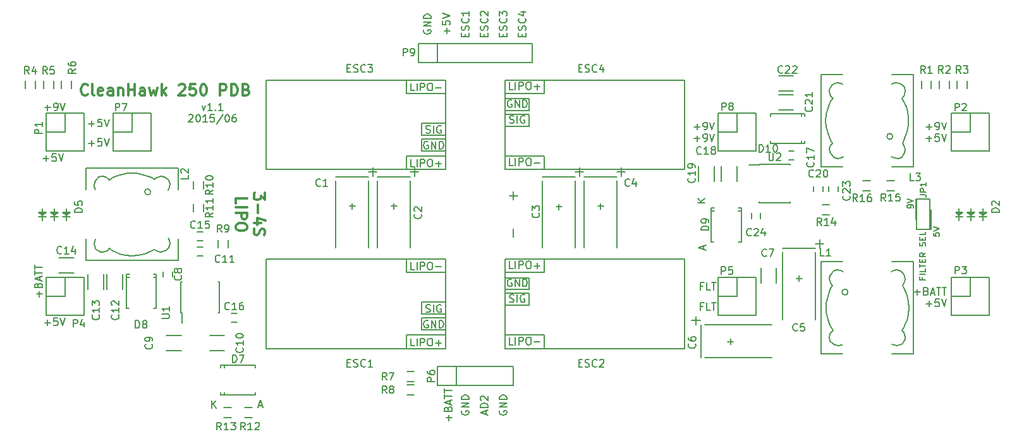
<source format=gto>
G04 #@! TF.FileFunction,Legend,Top*
%FSLAX46Y46*%
G04 Gerber Fmt 4.6, Leading zero omitted, Abs format (unit mm)*
G04 Created by KiCad (PCBNEW (2015-05-01 BZR 5636)-product) date Thu 04 Jun 2015 08:42:48 AM PDT*
%MOMM*%
G01*
G04 APERTURE LIST*
%ADD10C,0.100000*%
%ADD11C,0.150000*%
%ADD12C,0.300000*%
%ADD13C,0.127000*%
G04 APERTURE END LIST*
D10*
D11*
X103371429Y-75410714D02*
X103609524Y-76077381D01*
X103847620Y-75410714D01*
X104752382Y-76077381D02*
X104180953Y-76077381D01*
X104466667Y-76077381D02*
X104466667Y-75077381D01*
X104371429Y-75220238D01*
X104276191Y-75315476D01*
X104180953Y-75363095D01*
X105180953Y-75982143D02*
X105228572Y-76029762D01*
X105180953Y-76077381D01*
X105133334Y-76029762D01*
X105180953Y-75982143D01*
X105180953Y-76077381D01*
X106180953Y-76077381D02*
X105609524Y-76077381D01*
X105895238Y-76077381D02*
X105895238Y-75077381D01*
X105800000Y-75220238D01*
X105704762Y-75315476D01*
X105609524Y-75363095D01*
X101609524Y-76722619D02*
X101657143Y-76675000D01*
X101752381Y-76627381D01*
X101990477Y-76627381D01*
X102085715Y-76675000D01*
X102133334Y-76722619D01*
X102180953Y-76817857D01*
X102180953Y-76913095D01*
X102133334Y-77055952D01*
X101561905Y-77627381D01*
X102180953Y-77627381D01*
X102800000Y-76627381D02*
X102895239Y-76627381D01*
X102990477Y-76675000D01*
X103038096Y-76722619D01*
X103085715Y-76817857D01*
X103133334Y-77008333D01*
X103133334Y-77246429D01*
X103085715Y-77436905D01*
X103038096Y-77532143D01*
X102990477Y-77579762D01*
X102895239Y-77627381D01*
X102800000Y-77627381D01*
X102704762Y-77579762D01*
X102657143Y-77532143D01*
X102609524Y-77436905D01*
X102561905Y-77246429D01*
X102561905Y-77008333D01*
X102609524Y-76817857D01*
X102657143Y-76722619D01*
X102704762Y-76675000D01*
X102800000Y-76627381D01*
X104085715Y-77627381D02*
X103514286Y-77627381D01*
X103800000Y-77627381D02*
X103800000Y-76627381D01*
X103704762Y-76770238D01*
X103609524Y-76865476D01*
X103514286Y-76913095D01*
X104990477Y-76627381D02*
X104514286Y-76627381D01*
X104466667Y-77103571D01*
X104514286Y-77055952D01*
X104609524Y-77008333D01*
X104847620Y-77008333D01*
X104942858Y-77055952D01*
X104990477Y-77103571D01*
X105038096Y-77198810D01*
X105038096Y-77436905D01*
X104990477Y-77532143D01*
X104942858Y-77579762D01*
X104847620Y-77627381D01*
X104609524Y-77627381D01*
X104514286Y-77579762D01*
X104466667Y-77532143D01*
X106180953Y-76579762D02*
X105323810Y-77865476D01*
X106704762Y-76627381D02*
X106800001Y-76627381D01*
X106895239Y-76675000D01*
X106942858Y-76722619D01*
X106990477Y-76817857D01*
X107038096Y-77008333D01*
X107038096Y-77246429D01*
X106990477Y-77436905D01*
X106942858Y-77532143D01*
X106895239Y-77579762D01*
X106800001Y-77627381D01*
X106704762Y-77627381D01*
X106609524Y-77579762D01*
X106561905Y-77532143D01*
X106514286Y-77436905D01*
X106466667Y-77246429D01*
X106466667Y-77008333D01*
X106514286Y-76817857D01*
X106561905Y-76722619D01*
X106609524Y-76675000D01*
X106704762Y-76627381D01*
X107895239Y-76627381D02*
X107704762Y-76627381D01*
X107609524Y-76675000D01*
X107561905Y-76722619D01*
X107466667Y-76865476D01*
X107419048Y-77055952D01*
X107419048Y-77436905D01*
X107466667Y-77532143D01*
X107514286Y-77579762D01*
X107609524Y-77627381D01*
X107800001Y-77627381D01*
X107895239Y-77579762D01*
X107942858Y-77532143D01*
X107990477Y-77436905D01*
X107990477Y-77198810D01*
X107942858Y-77103571D01*
X107895239Y-77055952D01*
X107800001Y-77008333D01*
X107609524Y-77008333D01*
X107514286Y-77055952D01*
X107466667Y-77103571D01*
X107419048Y-77198810D01*
D12*
X88078572Y-73935714D02*
X88007143Y-74007143D01*
X87792857Y-74078571D01*
X87650000Y-74078571D01*
X87435715Y-74007143D01*
X87292857Y-73864286D01*
X87221429Y-73721429D01*
X87150000Y-73435714D01*
X87150000Y-73221429D01*
X87221429Y-72935714D01*
X87292857Y-72792857D01*
X87435715Y-72650000D01*
X87650000Y-72578571D01*
X87792857Y-72578571D01*
X88007143Y-72650000D01*
X88078572Y-72721429D01*
X88935715Y-74078571D02*
X88792857Y-74007143D01*
X88721429Y-73864286D01*
X88721429Y-72578571D01*
X90078571Y-74007143D02*
X89935714Y-74078571D01*
X89650000Y-74078571D01*
X89507143Y-74007143D01*
X89435714Y-73864286D01*
X89435714Y-73292857D01*
X89507143Y-73150000D01*
X89650000Y-73078571D01*
X89935714Y-73078571D01*
X90078571Y-73150000D01*
X90150000Y-73292857D01*
X90150000Y-73435714D01*
X89435714Y-73578571D01*
X91435714Y-74078571D02*
X91435714Y-73292857D01*
X91364285Y-73150000D01*
X91221428Y-73078571D01*
X90935714Y-73078571D01*
X90792857Y-73150000D01*
X91435714Y-74007143D02*
X91292857Y-74078571D01*
X90935714Y-74078571D01*
X90792857Y-74007143D01*
X90721428Y-73864286D01*
X90721428Y-73721429D01*
X90792857Y-73578571D01*
X90935714Y-73507143D01*
X91292857Y-73507143D01*
X91435714Y-73435714D01*
X92150000Y-73078571D02*
X92150000Y-74078571D01*
X92150000Y-73221429D02*
X92221428Y-73150000D01*
X92364286Y-73078571D01*
X92578571Y-73078571D01*
X92721428Y-73150000D01*
X92792857Y-73292857D01*
X92792857Y-74078571D01*
X93507143Y-74078571D02*
X93507143Y-72578571D01*
X93507143Y-73292857D02*
X94364286Y-73292857D01*
X94364286Y-74078571D02*
X94364286Y-72578571D01*
X95721429Y-74078571D02*
X95721429Y-73292857D01*
X95650000Y-73150000D01*
X95507143Y-73078571D01*
X95221429Y-73078571D01*
X95078572Y-73150000D01*
X95721429Y-74007143D02*
X95578572Y-74078571D01*
X95221429Y-74078571D01*
X95078572Y-74007143D01*
X95007143Y-73864286D01*
X95007143Y-73721429D01*
X95078572Y-73578571D01*
X95221429Y-73507143D01*
X95578572Y-73507143D01*
X95721429Y-73435714D01*
X96292858Y-73078571D02*
X96578572Y-74078571D01*
X96864286Y-73364286D01*
X97150001Y-74078571D01*
X97435715Y-73078571D01*
X98007144Y-74078571D02*
X98007144Y-72578571D01*
X98150001Y-73507143D02*
X98578572Y-74078571D01*
X98578572Y-73078571D02*
X98007144Y-73650000D01*
X100292858Y-72721429D02*
X100364287Y-72650000D01*
X100507144Y-72578571D01*
X100864287Y-72578571D01*
X101007144Y-72650000D01*
X101078573Y-72721429D01*
X101150001Y-72864286D01*
X101150001Y-73007143D01*
X101078573Y-73221429D01*
X100221430Y-74078571D01*
X101150001Y-74078571D01*
X102507144Y-72578571D02*
X101792858Y-72578571D01*
X101721429Y-73292857D01*
X101792858Y-73221429D01*
X101935715Y-73150000D01*
X102292858Y-73150000D01*
X102435715Y-73221429D01*
X102507144Y-73292857D01*
X102578572Y-73435714D01*
X102578572Y-73792857D01*
X102507144Y-73935714D01*
X102435715Y-74007143D01*
X102292858Y-74078571D01*
X101935715Y-74078571D01*
X101792858Y-74007143D01*
X101721429Y-73935714D01*
X103507143Y-72578571D02*
X103650000Y-72578571D01*
X103792857Y-72650000D01*
X103864286Y-72721429D01*
X103935715Y-72864286D01*
X104007143Y-73150000D01*
X104007143Y-73507143D01*
X103935715Y-73792857D01*
X103864286Y-73935714D01*
X103792857Y-74007143D01*
X103650000Y-74078571D01*
X103507143Y-74078571D01*
X103364286Y-74007143D01*
X103292857Y-73935714D01*
X103221429Y-73792857D01*
X103150000Y-73507143D01*
X103150000Y-73150000D01*
X103221429Y-72864286D01*
X103292857Y-72721429D01*
X103364286Y-72650000D01*
X103507143Y-72578571D01*
X105792857Y-74078571D02*
X105792857Y-72578571D01*
X106364285Y-72578571D01*
X106507143Y-72650000D01*
X106578571Y-72721429D01*
X106650000Y-72864286D01*
X106650000Y-73078571D01*
X106578571Y-73221429D01*
X106507143Y-73292857D01*
X106364285Y-73364286D01*
X105792857Y-73364286D01*
X107292857Y-74078571D02*
X107292857Y-72578571D01*
X107650000Y-72578571D01*
X107864285Y-72650000D01*
X108007143Y-72792857D01*
X108078571Y-72935714D01*
X108150000Y-73221429D01*
X108150000Y-73435714D01*
X108078571Y-73721429D01*
X108007143Y-73864286D01*
X107864285Y-74007143D01*
X107650000Y-74078571D01*
X107292857Y-74078571D01*
X109292857Y-73292857D02*
X109507143Y-73364286D01*
X109578571Y-73435714D01*
X109650000Y-73578571D01*
X109650000Y-73792857D01*
X109578571Y-73935714D01*
X109507143Y-74007143D01*
X109364285Y-74078571D01*
X108792857Y-74078571D01*
X108792857Y-72578571D01*
X109292857Y-72578571D01*
X109435714Y-72650000D01*
X109507143Y-72721429D01*
X109578571Y-72864286D01*
X109578571Y-73007143D01*
X109507143Y-73150000D01*
X109435714Y-73221429D01*
X109292857Y-73292857D01*
X108792857Y-73292857D01*
D11*
X170457143Y-102328571D02*
X170123809Y-102328571D01*
X170123809Y-102852381D02*
X170123809Y-101852381D01*
X170600000Y-101852381D01*
X171457143Y-102852381D02*
X170980952Y-102852381D01*
X170980952Y-101852381D01*
X171647619Y-101852381D02*
X172219048Y-101852381D01*
X171933333Y-102852381D02*
X171933333Y-101852381D01*
X88214286Y-80471429D02*
X88976191Y-80471429D01*
X88595239Y-80852381D02*
X88595239Y-80090476D01*
X89928572Y-79852381D02*
X89452381Y-79852381D01*
X89404762Y-80328571D01*
X89452381Y-80280952D01*
X89547619Y-80233333D01*
X89785715Y-80233333D01*
X89880953Y-80280952D01*
X89928572Y-80328571D01*
X89976191Y-80423810D01*
X89976191Y-80661905D01*
X89928572Y-80757143D01*
X89880953Y-80804762D01*
X89785715Y-80852381D01*
X89547619Y-80852381D01*
X89452381Y-80804762D01*
X89404762Y-80757143D01*
X90261905Y-79852381D02*
X90595238Y-80852381D01*
X90928572Y-79852381D01*
X88214286Y-77871429D02*
X88976191Y-77871429D01*
X88595239Y-78252381D02*
X88595239Y-77490476D01*
X89928572Y-77252381D02*
X89452381Y-77252381D01*
X89404762Y-77728571D01*
X89452381Y-77680952D01*
X89547619Y-77633333D01*
X89785715Y-77633333D01*
X89880953Y-77680952D01*
X89928572Y-77728571D01*
X89976191Y-77823810D01*
X89976191Y-78061905D01*
X89928572Y-78157143D01*
X89880953Y-78204762D01*
X89785715Y-78252381D01*
X89547619Y-78252381D01*
X89452381Y-78204762D01*
X89404762Y-78157143D01*
X90261905Y-77252381D02*
X90595238Y-78252381D01*
X90928572Y-77252381D01*
X82314286Y-104521429D02*
X83076191Y-104521429D01*
X82695239Y-104902381D02*
X82695239Y-104140476D01*
X84028572Y-103902381D02*
X83552381Y-103902381D01*
X83504762Y-104378571D01*
X83552381Y-104330952D01*
X83647619Y-104283333D01*
X83885715Y-104283333D01*
X83980953Y-104330952D01*
X84028572Y-104378571D01*
X84076191Y-104473810D01*
X84076191Y-104711905D01*
X84028572Y-104807143D01*
X83980953Y-104854762D01*
X83885715Y-104902381D01*
X83647619Y-104902381D01*
X83552381Y-104854762D01*
X83504762Y-104807143D01*
X84361905Y-103902381D02*
X84695238Y-104902381D01*
X85028572Y-103902381D01*
X81571429Y-101071429D02*
X81571429Y-100309524D01*
X81952381Y-100690476D02*
X81190476Y-100690476D01*
X81428571Y-99500000D02*
X81476190Y-99357143D01*
X81523810Y-99309524D01*
X81619048Y-99261905D01*
X81761905Y-99261905D01*
X81857143Y-99309524D01*
X81904762Y-99357143D01*
X81952381Y-99452381D01*
X81952381Y-99833334D01*
X80952381Y-99833334D01*
X80952381Y-99500000D01*
X81000000Y-99404762D01*
X81047619Y-99357143D01*
X81142857Y-99309524D01*
X81238095Y-99309524D01*
X81333333Y-99357143D01*
X81380952Y-99404762D01*
X81428571Y-99500000D01*
X81428571Y-99833334D01*
X81666667Y-98880953D02*
X81666667Y-98404762D01*
X81952381Y-98976191D02*
X80952381Y-98642858D01*
X81952381Y-98309524D01*
X80952381Y-98119048D02*
X80952381Y-97547619D01*
X81952381Y-97833334D02*
X80952381Y-97833334D01*
X80952381Y-97357143D02*
X80952381Y-96785714D01*
X81952381Y-97071429D02*
X80952381Y-97071429D01*
X82114286Y-82521429D02*
X82876191Y-82521429D01*
X82495239Y-82902381D02*
X82495239Y-82140476D01*
X83828572Y-81902381D02*
X83352381Y-81902381D01*
X83304762Y-82378571D01*
X83352381Y-82330952D01*
X83447619Y-82283333D01*
X83685715Y-82283333D01*
X83780953Y-82330952D01*
X83828572Y-82378571D01*
X83876191Y-82473810D01*
X83876191Y-82711905D01*
X83828572Y-82807143D01*
X83780953Y-82854762D01*
X83685715Y-82902381D01*
X83447619Y-82902381D01*
X83352381Y-82854762D01*
X83304762Y-82807143D01*
X84161905Y-81902381D02*
X84495238Y-82902381D01*
X84828572Y-81902381D01*
X82314286Y-75721429D02*
X83076191Y-75721429D01*
X82695239Y-76102381D02*
X82695239Y-75340476D01*
X83600000Y-76102381D02*
X83790476Y-76102381D01*
X83885715Y-76054762D01*
X83933334Y-76007143D01*
X84028572Y-75864286D01*
X84076191Y-75673810D01*
X84076191Y-75292857D01*
X84028572Y-75197619D01*
X83980953Y-75150000D01*
X83885715Y-75102381D01*
X83695238Y-75102381D01*
X83600000Y-75150000D01*
X83552381Y-75197619D01*
X83504762Y-75292857D01*
X83504762Y-75530952D01*
X83552381Y-75626190D01*
X83600000Y-75673810D01*
X83695238Y-75721429D01*
X83885715Y-75721429D01*
X83980953Y-75673810D01*
X84028572Y-75626190D01*
X84076191Y-75530952D01*
X84361905Y-75102381D02*
X84695238Y-76102381D01*
X85028572Y-75102381D01*
X198819047Y-100446429D02*
X199580952Y-100446429D01*
X199200000Y-100827381D02*
X199200000Y-100065476D01*
X200390476Y-100303571D02*
X200533333Y-100351190D01*
X200580952Y-100398810D01*
X200628571Y-100494048D01*
X200628571Y-100636905D01*
X200580952Y-100732143D01*
X200533333Y-100779762D01*
X200438095Y-100827381D01*
X200057142Y-100827381D01*
X200057142Y-99827381D01*
X200390476Y-99827381D01*
X200485714Y-99875000D01*
X200533333Y-99922619D01*
X200580952Y-100017857D01*
X200580952Y-100113095D01*
X200533333Y-100208333D01*
X200485714Y-100255952D01*
X200390476Y-100303571D01*
X200057142Y-100303571D01*
X201009523Y-100541667D02*
X201485714Y-100541667D01*
X200914285Y-100827381D02*
X201247618Y-99827381D01*
X201580952Y-100827381D01*
X201771428Y-99827381D02*
X202342857Y-99827381D01*
X202057142Y-100827381D02*
X202057142Y-99827381D01*
X202533333Y-99827381D02*
X203104762Y-99827381D01*
X202819047Y-100827381D02*
X202819047Y-99827381D01*
X200390476Y-101996429D02*
X201152381Y-101996429D01*
X200771429Y-102377381D02*
X200771429Y-101615476D01*
X202104762Y-101377381D02*
X201628571Y-101377381D01*
X201580952Y-101853571D01*
X201628571Y-101805952D01*
X201723809Y-101758333D01*
X201961905Y-101758333D01*
X202057143Y-101805952D01*
X202104762Y-101853571D01*
X202152381Y-101948810D01*
X202152381Y-102186905D01*
X202104762Y-102282143D01*
X202057143Y-102329762D01*
X201961905Y-102377381D01*
X201723809Y-102377381D01*
X201628571Y-102329762D01*
X201580952Y-102282143D01*
X202438095Y-101377381D02*
X202771428Y-102377381D01*
X203104762Y-101377381D01*
X200390476Y-78296429D02*
X201152381Y-78296429D01*
X200771429Y-78677381D02*
X200771429Y-77915476D01*
X201676190Y-78677381D02*
X201866666Y-78677381D01*
X201961905Y-78629762D01*
X202009524Y-78582143D01*
X202104762Y-78439286D01*
X202152381Y-78248810D01*
X202152381Y-77867857D01*
X202104762Y-77772619D01*
X202057143Y-77725000D01*
X201961905Y-77677381D01*
X201771428Y-77677381D01*
X201676190Y-77725000D01*
X201628571Y-77772619D01*
X201580952Y-77867857D01*
X201580952Y-78105952D01*
X201628571Y-78201190D01*
X201676190Y-78248810D01*
X201771428Y-78296429D01*
X201961905Y-78296429D01*
X202057143Y-78248810D01*
X202104762Y-78201190D01*
X202152381Y-78105952D01*
X202438095Y-77677381D02*
X202771428Y-78677381D01*
X203104762Y-77677381D01*
X200390476Y-79846429D02*
X201152381Y-79846429D01*
X200771429Y-80227381D02*
X200771429Y-79465476D01*
X202104762Y-79227381D02*
X201628571Y-79227381D01*
X201580952Y-79703571D01*
X201628571Y-79655952D01*
X201723809Y-79608333D01*
X201961905Y-79608333D01*
X202057143Y-79655952D01*
X202104762Y-79703571D01*
X202152381Y-79798810D01*
X202152381Y-80036905D01*
X202104762Y-80132143D01*
X202057143Y-80179762D01*
X201961905Y-80227381D01*
X201723809Y-80227381D01*
X201628571Y-80179762D01*
X201580952Y-80132143D01*
X202438095Y-79227381D02*
X202771428Y-80227381D01*
X203104762Y-79227381D01*
X170457143Y-99628571D02*
X170123809Y-99628571D01*
X170123809Y-100152381D02*
X170123809Y-99152381D01*
X170600000Y-99152381D01*
X171457143Y-100152381D02*
X170980952Y-100152381D01*
X170980952Y-99152381D01*
X171647619Y-99152381D02*
X172219048Y-99152381D01*
X171933333Y-100152381D02*
X171933333Y-99152381D01*
X169314286Y-78296429D02*
X170076191Y-78296429D01*
X169695239Y-78677381D02*
X169695239Y-77915476D01*
X170600000Y-78677381D02*
X170790476Y-78677381D01*
X170885715Y-78629762D01*
X170933334Y-78582143D01*
X171028572Y-78439286D01*
X171076191Y-78248810D01*
X171076191Y-77867857D01*
X171028572Y-77772619D01*
X170980953Y-77725000D01*
X170885715Y-77677381D01*
X170695238Y-77677381D01*
X170600000Y-77725000D01*
X170552381Y-77772619D01*
X170504762Y-77867857D01*
X170504762Y-78105952D01*
X170552381Y-78201190D01*
X170600000Y-78248810D01*
X170695238Y-78296429D01*
X170885715Y-78296429D01*
X170980953Y-78248810D01*
X171028572Y-78201190D01*
X171076191Y-78105952D01*
X171361905Y-77677381D02*
X171695238Y-78677381D01*
X172028572Y-77677381D01*
X169314286Y-79846429D02*
X170076191Y-79846429D01*
X169695239Y-80227381D02*
X169695239Y-79465476D01*
X170600000Y-80227381D02*
X170790476Y-80227381D01*
X170885715Y-80179762D01*
X170933334Y-80132143D01*
X171028572Y-79989286D01*
X171076191Y-79798810D01*
X171076191Y-79417857D01*
X171028572Y-79322619D01*
X170980953Y-79275000D01*
X170885715Y-79227381D01*
X170695238Y-79227381D01*
X170600000Y-79275000D01*
X170552381Y-79322619D01*
X170504762Y-79417857D01*
X170504762Y-79655952D01*
X170552381Y-79751190D01*
X170600000Y-79798810D01*
X170695238Y-79846429D01*
X170885715Y-79846429D01*
X170980953Y-79798810D01*
X171028572Y-79751190D01*
X171076191Y-79655952D01*
X171361905Y-79227381D02*
X171695238Y-80227381D01*
X172028572Y-79227381D01*
X146232571Y-66182667D02*
X146232571Y-65849333D01*
X146756381Y-65706476D02*
X146756381Y-66182667D01*
X145756381Y-66182667D01*
X145756381Y-65706476D01*
X146708762Y-65325524D02*
X146756381Y-65182667D01*
X146756381Y-64944571D01*
X146708762Y-64849333D01*
X146661143Y-64801714D01*
X146565905Y-64754095D01*
X146470667Y-64754095D01*
X146375429Y-64801714D01*
X146327810Y-64849333D01*
X146280190Y-64944571D01*
X146232571Y-65135048D01*
X146184952Y-65230286D01*
X146137333Y-65277905D01*
X146042095Y-65325524D01*
X145946857Y-65325524D01*
X145851619Y-65277905D01*
X145804000Y-65230286D01*
X145756381Y-65135048D01*
X145756381Y-64896952D01*
X145804000Y-64754095D01*
X146661143Y-63754095D02*
X146708762Y-63801714D01*
X146756381Y-63944571D01*
X146756381Y-64039809D01*
X146708762Y-64182667D01*
X146613524Y-64277905D01*
X146518286Y-64325524D01*
X146327810Y-64373143D01*
X146184952Y-64373143D01*
X145994476Y-64325524D01*
X145899238Y-64277905D01*
X145804000Y-64182667D01*
X145756381Y-64039809D01*
X145756381Y-63944571D01*
X145804000Y-63801714D01*
X145851619Y-63754095D01*
X146089714Y-62896952D02*
X146756381Y-62896952D01*
X145708762Y-63135048D02*
X146423048Y-63373143D01*
X146423048Y-62754095D01*
X143692571Y-66182667D02*
X143692571Y-65849333D01*
X144216381Y-65706476D02*
X144216381Y-66182667D01*
X143216381Y-66182667D01*
X143216381Y-65706476D01*
X144168762Y-65325524D02*
X144216381Y-65182667D01*
X144216381Y-64944571D01*
X144168762Y-64849333D01*
X144121143Y-64801714D01*
X144025905Y-64754095D01*
X143930667Y-64754095D01*
X143835429Y-64801714D01*
X143787810Y-64849333D01*
X143740190Y-64944571D01*
X143692571Y-65135048D01*
X143644952Y-65230286D01*
X143597333Y-65277905D01*
X143502095Y-65325524D01*
X143406857Y-65325524D01*
X143311619Y-65277905D01*
X143264000Y-65230286D01*
X143216381Y-65135048D01*
X143216381Y-64896952D01*
X143264000Y-64754095D01*
X144121143Y-63754095D02*
X144168762Y-63801714D01*
X144216381Y-63944571D01*
X144216381Y-64039809D01*
X144168762Y-64182667D01*
X144073524Y-64277905D01*
X143978286Y-64325524D01*
X143787810Y-64373143D01*
X143644952Y-64373143D01*
X143454476Y-64325524D01*
X143359238Y-64277905D01*
X143264000Y-64182667D01*
X143216381Y-64039809D01*
X143216381Y-63944571D01*
X143264000Y-63801714D01*
X143311619Y-63754095D01*
X143216381Y-63420762D02*
X143216381Y-62801714D01*
X143597333Y-63135048D01*
X143597333Y-62992190D01*
X143644952Y-62896952D01*
X143692571Y-62849333D01*
X143787810Y-62801714D01*
X144025905Y-62801714D01*
X144121143Y-62849333D01*
X144168762Y-62896952D01*
X144216381Y-62992190D01*
X144216381Y-63277905D01*
X144168762Y-63373143D01*
X144121143Y-63420762D01*
X141152571Y-66182667D02*
X141152571Y-65849333D01*
X141676381Y-65706476D02*
X141676381Y-66182667D01*
X140676381Y-66182667D01*
X140676381Y-65706476D01*
X141628762Y-65325524D02*
X141676381Y-65182667D01*
X141676381Y-64944571D01*
X141628762Y-64849333D01*
X141581143Y-64801714D01*
X141485905Y-64754095D01*
X141390667Y-64754095D01*
X141295429Y-64801714D01*
X141247810Y-64849333D01*
X141200190Y-64944571D01*
X141152571Y-65135048D01*
X141104952Y-65230286D01*
X141057333Y-65277905D01*
X140962095Y-65325524D01*
X140866857Y-65325524D01*
X140771619Y-65277905D01*
X140724000Y-65230286D01*
X140676381Y-65135048D01*
X140676381Y-64896952D01*
X140724000Y-64754095D01*
X141581143Y-63754095D02*
X141628762Y-63801714D01*
X141676381Y-63944571D01*
X141676381Y-64039809D01*
X141628762Y-64182667D01*
X141533524Y-64277905D01*
X141438286Y-64325524D01*
X141247810Y-64373143D01*
X141104952Y-64373143D01*
X140914476Y-64325524D01*
X140819238Y-64277905D01*
X140724000Y-64182667D01*
X140676381Y-64039809D01*
X140676381Y-63944571D01*
X140724000Y-63801714D01*
X140771619Y-63754095D01*
X140771619Y-63373143D02*
X140724000Y-63325524D01*
X140676381Y-63230286D01*
X140676381Y-62992190D01*
X140724000Y-62896952D01*
X140771619Y-62849333D01*
X140866857Y-62801714D01*
X140962095Y-62801714D01*
X141104952Y-62849333D01*
X141676381Y-63420762D01*
X141676381Y-62801714D01*
X138612571Y-66182667D02*
X138612571Y-65849333D01*
X139136381Y-65706476D02*
X139136381Y-66182667D01*
X138136381Y-66182667D01*
X138136381Y-65706476D01*
X139088762Y-65325524D02*
X139136381Y-65182667D01*
X139136381Y-64944571D01*
X139088762Y-64849333D01*
X139041143Y-64801714D01*
X138945905Y-64754095D01*
X138850667Y-64754095D01*
X138755429Y-64801714D01*
X138707810Y-64849333D01*
X138660190Y-64944571D01*
X138612571Y-65135048D01*
X138564952Y-65230286D01*
X138517333Y-65277905D01*
X138422095Y-65325524D01*
X138326857Y-65325524D01*
X138231619Y-65277905D01*
X138184000Y-65230286D01*
X138136381Y-65135048D01*
X138136381Y-64896952D01*
X138184000Y-64754095D01*
X139041143Y-63754095D02*
X139088762Y-63801714D01*
X139136381Y-63944571D01*
X139136381Y-64039809D01*
X139088762Y-64182667D01*
X138993524Y-64277905D01*
X138898286Y-64325524D01*
X138707810Y-64373143D01*
X138564952Y-64373143D01*
X138374476Y-64325524D01*
X138279238Y-64277905D01*
X138184000Y-64182667D01*
X138136381Y-64039809D01*
X138136381Y-63944571D01*
X138184000Y-63801714D01*
X138231619Y-63754095D01*
X139136381Y-62801714D02*
X139136381Y-63373143D01*
X139136381Y-63087429D02*
X138136381Y-63087429D01*
X138279238Y-63182667D01*
X138374476Y-63277905D01*
X138422095Y-63373143D01*
X136215429Y-65801714D02*
X136215429Y-65039809D01*
X136596381Y-65420761D02*
X135834476Y-65420761D01*
X135596381Y-64087428D02*
X135596381Y-64563619D01*
X136072571Y-64611238D01*
X136024952Y-64563619D01*
X135977333Y-64468381D01*
X135977333Y-64230285D01*
X136024952Y-64135047D01*
X136072571Y-64087428D01*
X136167810Y-64039809D01*
X136405905Y-64039809D01*
X136501143Y-64087428D01*
X136548762Y-64135047D01*
X136596381Y-64230285D01*
X136596381Y-64468381D01*
X136548762Y-64563619D01*
X136501143Y-64611238D01*
X135596381Y-63754095D02*
X136596381Y-63420762D01*
X135596381Y-63087428D01*
X133104000Y-65277904D02*
X133056381Y-65373142D01*
X133056381Y-65515999D01*
X133104000Y-65658857D01*
X133199238Y-65754095D01*
X133294476Y-65801714D01*
X133484952Y-65849333D01*
X133627810Y-65849333D01*
X133818286Y-65801714D01*
X133913524Y-65754095D01*
X134008762Y-65658857D01*
X134056381Y-65515999D01*
X134056381Y-65420761D01*
X134008762Y-65277904D01*
X133961143Y-65230285D01*
X133627810Y-65230285D01*
X133627810Y-65420761D01*
X134056381Y-64801714D02*
X133056381Y-64801714D01*
X134056381Y-64230285D01*
X133056381Y-64230285D01*
X134056381Y-63754095D02*
X133056381Y-63754095D01*
X133056381Y-63516000D01*
X133104000Y-63373142D01*
X133199238Y-63277904D01*
X133294476Y-63230285D01*
X133484952Y-63182666D01*
X133627810Y-63182666D01*
X133818286Y-63230285D01*
X133913524Y-63277904D01*
X134008762Y-63373142D01*
X134056381Y-63516000D01*
X134056381Y-63754095D01*
X141390667Y-116784286D02*
X141390667Y-116308095D01*
X141676381Y-116879524D02*
X140676381Y-116546191D01*
X141676381Y-116212857D01*
X141676381Y-115879524D02*
X140676381Y-115879524D01*
X140676381Y-115641429D01*
X140724000Y-115498571D01*
X140819238Y-115403333D01*
X140914476Y-115355714D01*
X141104952Y-115308095D01*
X141247810Y-115308095D01*
X141438286Y-115355714D01*
X141533524Y-115403333D01*
X141628762Y-115498571D01*
X141676381Y-115641429D01*
X141676381Y-115879524D01*
X140771619Y-114927143D02*
X140724000Y-114879524D01*
X140676381Y-114784286D01*
X140676381Y-114546190D01*
X140724000Y-114450952D01*
X140771619Y-114403333D01*
X140866857Y-114355714D01*
X140962095Y-114355714D01*
X141104952Y-114403333D01*
X141676381Y-114974762D01*
X141676381Y-114355714D01*
X143264000Y-116331904D02*
X143216381Y-116427142D01*
X143216381Y-116569999D01*
X143264000Y-116712857D01*
X143359238Y-116808095D01*
X143454476Y-116855714D01*
X143644952Y-116903333D01*
X143787810Y-116903333D01*
X143978286Y-116855714D01*
X144073524Y-116808095D01*
X144168762Y-116712857D01*
X144216381Y-116569999D01*
X144216381Y-116474761D01*
X144168762Y-116331904D01*
X144121143Y-116284285D01*
X143787810Y-116284285D01*
X143787810Y-116474761D01*
X144216381Y-115855714D02*
X143216381Y-115855714D01*
X144216381Y-115284285D01*
X143216381Y-115284285D01*
X144216381Y-114808095D02*
X143216381Y-114808095D01*
X143216381Y-114570000D01*
X143264000Y-114427142D01*
X143359238Y-114331904D01*
X143454476Y-114284285D01*
X143644952Y-114236666D01*
X143787810Y-114236666D01*
X143978286Y-114284285D01*
X144073524Y-114331904D01*
X144168762Y-114427142D01*
X144216381Y-114570000D01*
X144216381Y-114808095D01*
X138184000Y-116331904D02*
X138136381Y-116427142D01*
X138136381Y-116569999D01*
X138184000Y-116712857D01*
X138279238Y-116808095D01*
X138374476Y-116855714D01*
X138564952Y-116903333D01*
X138707810Y-116903333D01*
X138898286Y-116855714D01*
X138993524Y-116808095D01*
X139088762Y-116712857D01*
X139136381Y-116569999D01*
X139136381Y-116474761D01*
X139088762Y-116331904D01*
X139041143Y-116284285D01*
X138707810Y-116284285D01*
X138707810Y-116474761D01*
X139136381Y-115855714D02*
X138136381Y-115855714D01*
X139136381Y-115284285D01*
X138136381Y-115284285D01*
X139136381Y-114808095D02*
X138136381Y-114808095D01*
X138136381Y-114570000D01*
X138184000Y-114427142D01*
X138279238Y-114331904D01*
X138374476Y-114284285D01*
X138564952Y-114236666D01*
X138707810Y-114236666D01*
X138898286Y-114284285D01*
X138993524Y-114331904D01*
X139088762Y-114427142D01*
X139136381Y-114570000D01*
X139136381Y-114808095D01*
X136469429Y-117641429D02*
X136469429Y-116879524D01*
X136850381Y-117260476D02*
X136088476Y-117260476D01*
X136326571Y-116070000D02*
X136374190Y-115927143D01*
X136421810Y-115879524D01*
X136517048Y-115831905D01*
X136659905Y-115831905D01*
X136755143Y-115879524D01*
X136802762Y-115927143D01*
X136850381Y-116022381D01*
X136850381Y-116403334D01*
X135850381Y-116403334D01*
X135850381Y-116070000D01*
X135898000Y-115974762D01*
X135945619Y-115927143D01*
X136040857Y-115879524D01*
X136136095Y-115879524D01*
X136231333Y-115927143D01*
X136278952Y-115974762D01*
X136326571Y-116070000D01*
X136326571Y-116403334D01*
X136564667Y-115450953D02*
X136564667Y-114974762D01*
X136850381Y-115546191D02*
X135850381Y-115212858D01*
X136850381Y-114879524D01*
X135850381Y-114689048D02*
X135850381Y-114117619D01*
X136850381Y-114403334D02*
X135850381Y-114403334D01*
X135850381Y-113927143D02*
X135850381Y-113355714D01*
X136850381Y-113641429D02*
X135850381Y-113641429D01*
D12*
X111821429Y-87142858D02*
X111821429Y-88071429D01*
X111250000Y-87571429D01*
X111250000Y-87785715D01*
X111178571Y-87928572D01*
X111107143Y-88000001D01*
X110964286Y-88071429D01*
X110607143Y-88071429D01*
X110464286Y-88000001D01*
X110392857Y-87928572D01*
X110321429Y-87785715D01*
X110321429Y-87357143D01*
X110392857Y-87214286D01*
X110464286Y-87142858D01*
X110892857Y-88714286D02*
X110892857Y-89857143D01*
X111321429Y-91214286D02*
X110321429Y-91214286D01*
X111892857Y-90857143D02*
X110821429Y-90500000D01*
X110821429Y-91428572D01*
X110392857Y-91928571D02*
X110321429Y-92142857D01*
X110321429Y-92500000D01*
X110392857Y-92642857D01*
X110464286Y-92714286D01*
X110607143Y-92785714D01*
X110750000Y-92785714D01*
X110892857Y-92714286D01*
X110964286Y-92642857D01*
X111035714Y-92500000D01*
X111107143Y-92214286D01*
X111178571Y-92071428D01*
X111250000Y-92000000D01*
X111392857Y-91928571D01*
X111535714Y-91928571D01*
X111678571Y-92000000D01*
X111750000Y-92071428D01*
X111821429Y-92214286D01*
X111821429Y-92571428D01*
X111750000Y-92785714D01*
X107921429Y-88571429D02*
X107921429Y-87857143D01*
X109421429Y-87857143D01*
X107921429Y-89071429D02*
X109421429Y-89071429D01*
X107921429Y-89785715D02*
X109421429Y-89785715D01*
X109421429Y-90357143D01*
X109350000Y-90500001D01*
X109278571Y-90571429D01*
X109135714Y-90642858D01*
X108921429Y-90642858D01*
X108778571Y-90571429D01*
X108707143Y-90500001D01*
X108635714Y-90357143D01*
X108635714Y-89785715D01*
X109421429Y-91571429D02*
X109421429Y-91857143D01*
X109350000Y-92000001D01*
X109207143Y-92142858D01*
X108921429Y-92214286D01*
X108421429Y-92214286D01*
X108135714Y-92142858D01*
X107992857Y-92000001D01*
X107921429Y-91857143D01*
X107921429Y-91571429D01*
X107992857Y-91428572D01*
X108135714Y-91285715D01*
X108421429Y-91214286D01*
X108921429Y-91214286D01*
X109207143Y-91285715D01*
X109350000Y-91428572D01*
X109421429Y-91571429D01*
D11*
X93450000Y-98023680D02*
X93649800Y-98023680D01*
X93500000Y-98480720D02*
X93649000Y-98480720D01*
X93450000Y-102626160D02*
X93599000Y-102626160D01*
X97050000Y-98028760D02*
X96901000Y-98028760D01*
X97050000Y-98480720D02*
X96901000Y-98480720D01*
X97050000Y-102631240D02*
X96901000Y-102631240D01*
X93301020Y-98480720D02*
X93499140Y-98480720D01*
X97248980Y-98480720D02*
X97050860Y-98480720D01*
X93253560Y-102626160D02*
X93451680Y-102626160D01*
X93253560Y-98023680D02*
X93253560Y-102626160D01*
X93253560Y-98023680D02*
X93451680Y-98023680D01*
X97248980Y-98028760D02*
X97050860Y-98028760D01*
X97248980Y-98028760D02*
X97248980Y-102631240D01*
X97248980Y-102631240D02*
X97050860Y-102631240D01*
X184106320Y-76700000D02*
X184106320Y-76899800D01*
X183649280Y-76750000D02*
X183649280Y-76899000D01*
X179503840Y-76700000D02*
X179503840Y-76849000D01*
X184101240Y-80300000D02*
X184101240Y-80151000D01*
X183649280Y-80300000D02*
X183649280Y-80151000D01*
X179498760Y-80300000D02*
X179498760Y-80151000D01*
X183649280Y-76551020D02*
X183649280Y-76749140D01*
X183649280Y-80498980D02*
X183649280Y-80300860D01*
X179503840Y-76503560D02*
X179503840Y-76701680D01*
X184106320Y-76503560D02*
X179503840Y-76503560D01*
X184106320Y-76503560D02*
X184106320Y-76701680D01*
X184101240Y-80498980D02*
X184101240Y-80300860D01*
X184101240Y-80498980D02*
X179498760Y-80498980D01*
X179498760Y-80498980D02*
X179498760Y-80300860D01*
X132800000Y-79900000D02*
X132800000Y-81500000D01*
X136000000Y-79900000D02*
X132800000Y-79900000D01*
X132800000Y-81500000D02*
X136000000Y-81500000D01*
X132800000Y-79400000D02*
X132800000Y-77800000D01*
X136000000Y-79400000D02*
X132800000Y-79400000D01*
X132800000Y-77800000D02*
X136000000Y-77800000D01*
X130800000Y-82200000D02*
X136000000Y-82200000D01*
X130800000Y-84000000D02*
X130800000Y-82200000D01*
X130800000Y-73800000D02*
X130800000Y-72000000D01*
X136000000Y-73800000D02*
X130800000Y-73800000D01*
X136000000Y-84000000D02*
X136000000Y-72000000D01*
X112000000Y-84000000D02*
X136000000Y-84000000D01*
X112000000Y-72000000D02*
X112000000Y-84000000D01*
X136000000Y-72000000D02*
X112000000Y-72000000D01*
X147200000Y-76100000D02*
X147200000Y-74500000D01*
X144000000Y-76100000D02*
X147200000Y-76100000D01*
X147200000Y-74500000D02*
X144000000Y-74500000D01*
X147200000Y-76600000D02*
X147200000Y-78200000D01*
X144000000Y-76600000D02*
X147200000Y-76600000D01*
X147200000Y-78200000D02*
X144000000Y-78200000D01*
X149200000Y-73800000D02*
X144000000Y-73800000D01*
X149200000Y-72000000D02*
X149200000Y-73800000D01*
X149200000Y-82200000D02*
X149200000Y-84000000D01*
X144000000Y-82200000D02*
X149200000Y-82200000D01*
X144000000Y-72000000D02*
X144000000Y-84000000D01*
X168000000Y-72000000D02*
X144000000Y-72000000D01*
X168000000Y-84000000D02*
X168000000Y-72000000D01*
X144000000Y-84000000D02*
X168000000Y-84000000D01*
X147200000Y-100100000D02*
X147200000Y-98500000D01*
X144000000Y-100100000D02*
X147200000Y-100100000D01*
X147200000Y-98500000D02*
X144000000Y-98500000D01*
X147200000Y-100600000D02*
X147200000Y-102200000D01*
X144000000Y-100600000D02*
X147200000Y-100600000D01*
X147200000Y-102200000D02*
X144000000Y-102200000D01*
X149200000Y-97800000D02*
X144000000Y-97800000D01*
X149200000Y-96000000D02*
X149200000Y-97800000D01*
X149200000Y-106200000D02*
X149200000Y-108000000D01*
X144000000Y-106200000D02*
X149200000Y-106200000D01*
X144000000Y-96000000D02*
X144000000Y-108000000D01*
X168000000Y-96000000D02*
X144000000Y-96000000D01*
X168000000Y-108000000D02*
X168000000Y-96000000D01*
X144000000Y-108000000D02*
X168000000Y-108000000D01*
X132800000Y-103900000D02*
X132800000Y-105500000D01*
X136000000Y-103900000D02*
X132800000Y-103900000D01*
X132800000Y-105500000D02*
X136000000Y-105500000D01*
X132800000Y-103400000D02*
X132800000Y-101800000D01*
X136000000Y-103400000D02*
X132800000Y-103400000D01*
X132800000Y-101800000D02*
X136000000Y-101800000D01*
X130800000Y-106200000D02*
X136000000Y-106200000D01*
X130800000Y-108000000D02*
X130800000Y-106200000D01*
X130800000Y-97800000D02*
X130800000Y-96000000D01*
X136000000Y-97800000D02*
X130800000Y-97800000D01*
X136000000Y-108000000D02*
X136000000Y-96000000D01*
X112000000Y-108000000D02*
X136000000Y-108000000D01*
X112000000Y-96000000D02*
X112000000Y-108000000D01*
X136000000Y-96000000D02*
X112000000Y-96000000D01*
X180325000Y-99200000D02*
X180325000Y-97200000D01*
X178275000Y-97200000D02*
X178275000Y-99200000D01*
X85000000Y-98460000D02*
X82460000Y-98460000D01*
X82460000Y-98460000D02*
X82460000Y-101000000D01*
X82460000Y-101000000D02*
X85000000Y-101000000D01*
X85000000Y-101000000D02*
X85000000Y-98460000D01*
X85000000Y-98460000D02*
X87540000Y-98460000D01*
X87540000Y-98460000D02*
X87540000Y-103540000D01*
X87540000Y-103540000D02*
X82460000Y-103540000D01*
X82460000Y-103540000D02*
X82460000Y-101000000D01*
X206300000Y-76460000D02*
X203760000Y-76460000D01*
X203760000Y-76460000D02*
X203760000Y-79000000D01*
X203760000Y-79000000D02*
X206300000Y-79000000D01*
X206300000Y-79000000D02*
X206300000Y-76460000D01*
X206300000Y-76460000D02*
X208840000Y-76460000D01*
X208840000Y-76460000D02*
X208840000Y-81540000D01*
X208840000Y-81540000D02*
X203760000Y-81540000D01*
X203760000Y-81540000D02*
X203760000Y-79000000D01*
X206300000Y-98460000D02*
X203760000Y-98460000D01*
X203760000Y-98460000D02*
X203760000Y-101000000D01*
X203760000Y-101000000D02*
X206300000Y-101000000D01*
X206300000Y-101000000D02*
X206300000Y-98460000D01*
X206300000Y-98460000D02*
X208840000Y-98460000D01*
X208840000Y-98460000D02*
X208840000Y-103540000D01*
X208840000Y-103540000D02*
X203760000Y-103540000D01*
X203760000Y-103540000D02*
X203760000Y-101000000D01*
X85000000Y-76460000D02*
X82460000Y-76460000D01*
X82460000Y-76460000D02*
X82460000Y-79000000D01*
X82460000Y-79000000D02*
X85000000Y-79000000D01*
X85000000Y-79000000D02*
X85000000Y-76460000D01*
X85000000Y-76460000D02*
X87540000Y-76460000D01*
X87540000Y-76460000D02*
X87540000Y-81540000D01*
X87540000Y-81540000D02*
X82460000Y-81540000D01*
X82460000Y-81540000D02*
X82460000Y-79000000D01*
X170198740Y-104800360D02*
X170198740Y-109199640D01*
X170699120Y-109199640D02*
X179700880Y-109199640D01*
X179700880Y-104800360D02*
X170699120Y-104800360D01*
X169545960Y-103698000D02*
X169545960Y-104797820D01*
X168946520Y-104198380D02*
X170145400Y-104198380D01*
X185499640Y-94598740D02*
X181100360Y-94598740D01*
X181100360Y-95099120D02*
X181100360Y-104100880D01*
X185499640Y-104100880D02*
X185499640Y-95099120D01*
X186602000Y-93945960D02*
X185502180Y-93945960D01*
X186101620Y-93346520D02*
X186101620Y-94545400D01*
X130818000Y-112863000D02*
X131818000Y-112863000D01*
X131818000Y-114213000D02*
X130818000Y-114213000D01*
X131818000Y-112435000D02*
X130818000Y-112435000D01*
X130818000Y-111085000D02*
X131818000Y-111085000D01*
X158917640Y-84998740D02*
X154518360Y-84998740D01*
X154518360Y-85499120D02*
X154518360Y-94500880D01*
X158917640Y-94500880D02*
X158917640Y-85499120D01*
X160020000Y-84345960D02*
X158920180Y-84345960D01*
X159519620Y-83746520D02*
X159519620Y-84945400D01*
X131231640Y-84998740D02*
X126832360Y-84998740D01*
X126832360Y-85499120D02*
X126832360Y-94500880D01*
X131231640Y-94500880D02*
X131231640Y-85499120D01*
X132334000Y-84345960D02*
X131234180Y-84345960D01*
X131833620Y-83746520D02*
X131833620Y-84945400D01*
X125643640Y-84998740D02*
X121244360Y-84998740D01*
X121244360Y-85499120D02*
X121244360Y-94500880D01*
X125643640Y-94500880D02*
X125643640Y-85499120D01*
X126746000Y-84345960D02*
X125646180Y-84345960D01*
X126245620Y-83746520D02*
X126245620Y-84945400D01*
X153329640Y-84998740D02*
X148930360Y-84998740D01*
X148930360Y-85499120D02*
X148930360Y-94500880D01*
X153329640Y-94500880D02*
X153329640Y-85499120D01*
X154432000Y-84345960D02*
X153332180Y-84345960D01*
X153931620Y-83746520D02*
X153931620Y-84945400D01*
X175000000Y-98460000D02*
X172460000Y-98460000D01*
X172460000Y-98460000D02*
X172460000Y-101000000D01*
X172460000Y-101000000D02*
X175000000Y-101000000D01*
X175000000Y-101000000D02*
X175000000Y-98460000D01*
X175000000Y-98460000D02*
X177540000Y-98460000D01*
X177540000Y-98460000D02*
X177540000Y-103540000D01*
X177540000Y-103540000D02*
X172460000Y-103540000D01*
X172460000Y-103540000D02*
X172460000Y-101000000D01*
X175000000Y-76460000D02*
X172460000Y-76460000D01*
X172460000Y-76460000D02*
X172460000Y-79000000D01*
X172460000Y-79000000D02*
X175000000Y-79000000D01*
X175000000Y-79000000D02*
X175000000Y-76460000D01*
X175000000Y-76460000D02*
X177540000Y-76460000D01*
X177540000Y-76460000D02*
X177540000Y-81540000D01*
X177540000Y-81540000D02*
X172460000Y-81540000D01*
X172460000Y-81540000D02*
X172460000Y-79000000D01*
X94000000Y-76460000D02*
X91460000Y-76460000D01*
X91460000Y-76460000D02*
X91460000Y-79000000D01*
X91460000Y-79000000D02*
X94000000Y-79000000D01*
X94000000Y-79000000D02*
X94000000Y-76460000D01*
X94000000Y-76460000D02*
X96540000Y-76460000D01*
X96540000Y-76460000D02*
X96540000Y-81540000D01*
X96540000Y-81540000D02*
X91460000Y-81540000D01*
X91460000Y-81540000D02*
X91460000Y-79000000D01*
X137460000Y-112950000D02*
X145080000Y-112950000D01*
X137460000Y-110410000D02*
X145080000Y-110410000D01*
X134920000Y-110410000D02*
X137460000Y-110410000D01*
X145080000Y-112950000D02*
X145080000Y-110410000D01*
X137460000Y-110410000D02*
X137460000Y-112950000D01*
X134920000Y-110410000D02*
X134920000Y-112950000D01*
X134920000Y-112950000D02*
X137460000Y-112950000D01*
X134920000Y-67102000D02*
X147620000Y-67102000D01*
X147620000Y-67102000D02*
X147620000Y-69642000D01*
X147620000Y-69642000D02*
X134920000Y-69642000D01*
X132380000Y-67102000D02*
X134920000Y-67102000D01*
X134920000Y-67102000D02*
X134920000Y-69642000D01*
X132380000Y-67102000D02*
X132380000Y-69642000D01*
X132380000Y-69642000D02*
X134920000Y-69642000D01*
X182000000Y-81500000D02*
X182700000Y-81500000D01*
X182700000Y-82700000D02*
X182000000Y-82700000D01*
X172965000Y-83582000D02*
X172965000Y-85582000D01*
X175015000Y-85582000D02*
X175015000Y-83582000D01*
X169917000Y-83582000D02*
X169917000Y-85582000D01*
X171967000Y-85582000D02*
X171967000Y-83582000D01*
X185328000Y-86964000D02*
X185328000Y-86264000D01*
X186528000Y-86264000D02*
X186528000Y-86964000D01*
X187360000Y-86964000D02*
X187360000Y-86264000D01*
X188560000Y-86264000D02*
X188560000Y-86964000D01*
X178200000Y-89850000D02*
X178200000Y-90550000D01*
X177000000Y-90550000D02*
X177000000Y-89850000D01*
X98206000Y-98394000D02*
X98206000Y-97694000D01*
X99406000Y-97694000D02*
X99406000Y-98394000D01*
X98600000Y-108275000D02*
X100600000Y-108275000D01*
X100600000Y-106225000D02*
X98600000Y-106225000D01*
X106400000Y-106225000D02*
X104400000Y-106225000D01*
X104400000Y-108275000D02*
X106400000Y-108275000D01*
X103474000Y-95596000D02*
X102774000Y-95596000D01*
X102774000Y-94396000D02*
X103474000Y-94396000D01*
X103474000Y-93564000D02*
X102774000Y-93564000D01*
X102774000Y-92364000D02*
X103474000Y-92364000D01*
X107346000Y-103286000D02*
X108046000Y-103286000D01*
X108046000Y-104486000D02*
X107346000Y-104486000D01*
X187444000Y-90083000D02*
X186444000Y-90083000D01*
X186444000Y-88733000D02*
X187444000Y-88733000D01*
X195100000Y-85525000D02*
X196100000Y-85525000D01*
X196100000Y-86875000D02*
X195100000Y-86875000D01*
X191900000Y-85525000D02*
X192900000Y-85525000D01*
X192900000Y-86875000D02*
X191900000Y-86875000D01*
X109100000Y-115925000D02*
X110100000Y-115925000D01*
X110100000Y-117275000D02*
X109100000Y-117275000D01*
X106300000Y-115925000D02*
X107300000Y-115925000D01*
X107300000Y-117275000D02*
X106300000Y-117275000D01*
X106847000Y-93480000D02*
X106847000Y-94480000D01*
X105497000Y-94480000D02*
X105497000Y-93480000D01*
X102195000Y-86606000D02*
X102195000Y-85606000D01*
X103545000Y-85606000D02*
X103545000Y-86606000D01*
X102195000Y-89654000D02*
X102195000Y-88654000D01*
X103545000Y-88654000D02*
X103545000Y-89654000D01*
X195890974Y-79570580D02*
G75*
G03X195890974Y-79570580I-391234J0D01*
G01*
X195799460Y-72570340D02*
X195901060Y-72468740D01*
X195901060Y-72468740D02*
X196299840Y-72369680D01*
X196299840Y-72369680D02*
X196800220Y-72468740D01*
X196800220Y-72468740D02*
X197099940Y-72669400D01*
X197099940Y-72669400D02*
X197501260Y-72969120D01*
X197501260Y-72969120D02*
X197600320Y-73469500D01*
X197600320Y-73469500D02*
X197501260Y-73969880D01*
X197501260Y-73969880D02*
X197199000Y-74371200D01*
X197199000Y-74371200D02*
X197099940Y-74470260D01*
X197099940Y-74470260D02*
X197501260Y-75069700D01*
X197501260Y-75069700D02*
X197800980Y-75869800D01*
X197800980Y-75869800D02*
X197999100Y-76870560D01*
X197999100Y-76870560D02*
X197999100Y-78069440D01*
X197999100Y-78069440D02*
X197800980Y-78971140D01*
X197800980Y-78971140D02*
X197600320Y-79570580D01*
X197600320Y-79570580D02*
X197399660Y-80070960D01*
X197399660Y-80070960D02*
X197199000Y-80469740D01*
X197199000Y-80469740D02*
X197399660Y-80769460D01*
X197399660Y-80769460D02*
X197600320Y-81368900D01*
X197600320Y-81368900D02*
X197501260Y-81770220D01*
X197501260Y-81770220D02*
X197300600Y-82069940D01*
X197300600Y-82069940D02*
X197099940Y-82369660D01*
X197099940Y-82369660D02*
X196599560Y-82570320D01*
X196599560Y-82570320D02*
X196099180Y-82471260D01*
X196099180Y-82471260D02*
X195700400Y-82270600D01*
X189200540Y-72570340D02*
X188900820Y-72468740D01*
X188900820Y-72468740D02*
X188499500Y-72369680D01*
X188499500Y-72369680D02*
X188199780Y-72468740D01*
X188199780Y-72468740D02*
X187801000Y-72669400D01*
X187801000Y-72669400D02*
X187600340Y-72969120D01*
X187600340Y-72969120D02*
X187399680Y-73268840D01*
X187399680Y-73268840D02*
X187399680Y-73571100D01*
X187399680Y-73571100D02*
X187498740Y-73870820D01*
X187498740Y-73870820D02*
X187600340Y-74170540D01*
X187600340Y-74170540D02*
X187900060Y-74470260D01*
X187900060Y-74470260D02*
X187600340Y-74869040D01*
X187600340Y-74869040D02*
X187399680Y-75270360D01*
X187399680Y-75270360D02*
X187199020Y-75770740D01*
X187199020Y-75770740D02*
X187000900Y-76570840D01*
X187000900Y-76570840D02*
X186899300Y-77470000D01*
X186899300Y-77470000D02*
X187000900Y-78270100D01*
X187000900Y-78270100D02*
X187199020Y-79169260D01*
X187199020Y-79169260D02*
X187600340Y-80070960D01*
X187600340Y-80070960D02*
X187801000Y-80469740D01*
X187801000Y-80469740D02*
X187600340Y-80769460D01*
X187600340Y-80769460D02*
X187399680Y-81170780D01*
X187399680Y-81170780D02*
X187498740Y-81671160D01*
X187498740Y-81671160D02*
X187699400Y-82069940D01*
X187699400Y-82069940D02*
X187999120Y-82369660D01*
X187999120Y-82369660D02*
X188499500Y-82570320D01*
X188499500Y-82570320D02*
X188999880Y-82471260D01*
X188999880Y-82471260D02*
X189299600Y-82270600D01*
X195799460Y-83670140D02*
X198700140Y-83670140D01*
X198700140Y-83670140D02*
X198700140Y-71269860D01*
X198700140Y-71269860D02*
X195799460Y-71269860D01*
X186299860Y-71269860D02*
X186299860Y-83670140D01*
X186299860Y-83670140D02*
X189200540Y-83670140D01*
X186299860Y-71269860D02*
X189200540Y-71269860D01*
X96491814Y-87000260D02*
G75*
G03X96491814Y-87000260I-391234J0D01*
G01*
X89100340Y-86700540D02*
X88998740Y-86598940D01*
X88998740Y-86598940D02*
X88899680Y-86200160D01*
X88899680Y-86200160D02*
X88998740Y-85699780D01*
X88998740Y-85699780D02*
X89199400Y-85400060D01*
X89199400Y-85400060D02*
X89499120Y-84998740D01*
X89499120Y-84998740D02*
X89999500Y-84899680D01*
X89999500Y-84899680D02*
X90499880Y-84998740D01*
X90499880Y-84998740D02*
X90901200Y-85301000D01*
X90901200Y-85301000D02*
X91000260Y-85400060D01*
X91000260Y-85400060D02*
X91599700Y-84998740D01*
X91599700Y-84998740D02*
X92399800Y-84699020D01*
X92399800Y-84699020D02*
X93400560Y-84500900D01*
X93400560Y-84500900D02*
X94599440Y-84500900D01*
X94599440Y-84500900D02*
X95501140Y-84699020D01*
X95501140Y-84699020D02*
X96100580Y-84899680D01*
X96100580Y-84899680D02*
X96600960Y-85100340D01*
X96600960Y-85100340D02*
X96999740Y-85301000D01*
X96999740Y-85301000D02*
X97299460Y-85100340D01*
X97299460Y-85100340D02*
X97898900Y-84899680D01*
X97898900Y-84899680D02*
X98300220Y-84998740D01*
X98300220Y-84998740D02*
X98599940Y-85199400D01*
X98599940Y-85199400D02*
X98899660Y-85400060D01*
X98899660Y-85400060D02*
X99100320Y-85900440D01*
X99100320Y-85900440D02*
X99001260Y-86400820D01*
X99001260Y-86400820D02*
X98800600Y-86799600D01*
X89100340Y-93299460D02*
X88998740Y-93599180D01*
X88998740Y-93599180D02*
X88899680Y-94000500D01*
X88899680Y-94000500D02*
X88998740Y-94300220D01*
X88998740Y-94300220D02*
X89199400Y-94699000D01*
X89199400Y-94699000D02*
X89499120Y-94899660D01*
X89499120Y-94899660D02*
X89798840Y-95100320D01*
X89798840Y-95100320D02*
X90101100Y-95100320D01*
X90101100Y-95100320D02*
X90400820Y-95001260D01*
X90400820Y-95001260D02*
X90700540Y-94899660D01*
X90700540Y-94899660D02*
X91000260Y-94599940D01*
X91000260Y-94599940D02*
X91399040Y-94899660D01*
X91399040Y-94899660D02*
X91800360Y-95100320D01*
X91800360Y-95100320D02*
X92300740Y-95300980D01*
X92300740Y-95300980D02*
X93100840Y-95499100D01*
X93100840Y-95499100D02*
X94000000Y-95600700D01*
X94000000Y-95600700D02*
X94800100Y-95499100D01*
X94800100Y-95499100D02*
X95699260Y-95300980D01*
X95699260Y-95300980D02*
X96600960Y-94899660D01*
X96600960Y-94899660D02*
X96999740Y-94699000D01*
X96999740Y-94699000D02*
X97299460Y-94899660D01*
X97299460Y-94899660D02*
X97700780Y-95100320D01*
X97700780Y-95100320D02*
X98201160Y-95001260D01*
X98201160Y-95001260D02*
X98599940Y-94800600D01*
X98599940Y-94800600D02*
X98899660Y-94500880D01*
X98899660Y-94500880D02*
X99100320Y-94000500D01*
X99100320Y-94000500D02*
X99001260Y-93500120D01*
X99001260Y-93500120D02*
X98800600Y-93200400D01*
X100200140Y-86700540D02*
X100200140Y-83799860D01*
X100200140Y-83799860D02*
X87799860Y-83799860D01*
X87799860Y-83799860D02*
X87799860Y-86700540D01*
X87799860Y-96200140D02*
X100200140Y-96200140D01*
X100200140Y-96200140D02*
X100200140Y-93299460D01*
X87799860Y-96200140D02*
X87799860Y-93299460D01*
D13*
X199047500Y-90635000D02*
X198984000Y-90635000D01*
X198984000Y-90635000D02*
X198984000Y-87968000D01*
X198984000Y-87968000D02*
X199047500Y-87968000D01*
X199111000Y-87968000D02*
X199047500Y-87968000D01*
X199047500Y-87968000D02*
X199047500Y-90635000D01*
X199047500Y-90635000D02*
X199111000Y-90635000D01*
X200952500Y-92032000D02*
X201016000Y-92032000D01*
X201016000Y-92032000D02*
X201016000Y-89365000D01*
X201016000Y-89365000D02*
X200952500Y-89365000D01*
X200889000Y-89365000D02*
X200952500Y-89365000D01*
X200952500Y-89365000D02*
X200952500Y-92032000D01*
X200952500Y-92032000D02*
X200889000Y-92032000D01*
X200889000Y-87968000D02*
X200889000Y-92032000D01*
X200889000Y-92032000D02*
X199111000Y-92032000D01*
X199111000Y-92032000D02*
X199111000Y-87968000D01*
X199111000Y-87968000D02*
X200889000Y-87968000D01*
D11*
X92719000Y-100060000D02*
X92719000Y-98060000D01*
X90669000Y-98060000D02*
X90669000Y-100060000D01*
X90179000Y-100060000D02*
X90179000Y-98060000D01*
X88129000Y-98060000D02*
X88129000Y-100060000D01*
X84200000Y-97875000D02*
X86200000Y-97875000D01*
X86200000Y-95825000D02*
X84200000Y-95825000D01*
X180600000Y-76025000D02*
X182600000Y-76025000D01*
X182600000Y-73975000D02*
X180600000Y-73975000D01*
X180600000Y-73475000D02*
X182600000Y-73475000D01*
X182600000Y-71425000D02*
X180600000Y-71425000D01*
X189891494Y-100429420D02*
G75*
G03X189891494Y-100429420I-391234J0D01*
G01*
X189200540Y-107429660D02*
X189098940Y-107531260D01*
X189098940Y-107531260D02*
X188700160Y-107630320D01*
X188700160Y-107630320D02*
X188199780Y-107531260D01*
X188199780Y-107531260D02*
X187900060Y-107330600D01*
X187900060Y-107330600D02*
X187498740Y-107030880D01*
X187498740Y-107030880D02*
X187399680Y-106530500D01*
X187399680Y-106530500D02*
X187498740Y-106030120D01*
X187498740Y-106030120D02*
X187801000Y-105628800D01*
X187801000Y-105628800D02*
X187900060Y-105529740D01*
X187900060Y-105529740D02*
X187498740Y-104930300D01*
X187498740Y-104930300D02*
X187199020Y-104130200D01*
X187199020Y-104130200D02*
X187000900Y-103129440D01*
X187000900Y-103129440D02*
X187000900Y-101930560D01*
X187000900Y-101930560D02*
X187199020Y-101028860D01*
X187199020Y-101028860D02*
X187399680Y-100429420D01*
X187399680Y-100429420D02*
X187600340Y-99929040D01*
X187600340Y-99929040D02*
X187801000Y-99530260D01*
X187801000Y-99530260D02*
X187600340Y-99230540D01*
X187600340Y-99230540D02*
X187399680Y-98631100D01*
X187399680Y-98631100D02*
X187498740Y-98229780D01*
X187498740Y-98229780D02*
X187699400Y-97930060D01*
X187699400Y-97930060D02*
X187900060Y-97630340D01*
X187900060Y-97630340D02*
X188400440Y-97429680D01*
X188400440Y-97429680D02*
X188900820Y-97528740D01*
X188900820Y-97528740D02*
X189299600Y-97729400D01*
X195799460Y-107429660D02*
X196099180Y-107531260D01*
X196099180Y-107531260D02*
X196500500Y-107630320D01*
X196500500Y-107630320D02*
X196800220Y-107531260D01*
X196800220Y-107531260D02*
X197199000Y-107330600D01*
X197199000Y-107330600D02*
X197399660Y-107030880D01*
X197399660Y-107030880D02*
X197600320Y-106731160D01*
X197600320Y-106731160D02*
X197600320Y-106428900D01*
X197600320Y-106428900D02*
X197501260Y-106129180D01*
X197501260Y-106129180D02*
X197399660Y-105829460D01*
X197399660Y-105829460D02*
X197099940Y-105529740D01*
X197099940Y-105529740D02*
X197399660Y-105130960D01*
X197399660Y-105130960D02*
X197600320Y-104729640D01*
X197600320Y-104729640D02*
X197800980Y-104229260D01*
X197800980Y-104229260D02*
X197999100Y-103429160D01*
X197999100Y-103429160D02*
X198100700Y-102530000D01*
X198100700Y-102530000D02*
X197999100Y-101729900D01*
X197999100Y-101729900D02*
X197800980Y-100830740D01*
X197800980Y-100830740D02*
X197399660Y-99929040D01*
X197399660Y-99929040D02*
X197199000Y-99530260D01*
X197199000Y-99530260D02*
X197399660Y-99230540D01*
X197399660Y-99230540D02*
X197600320Y-98829220D01*
X197600320Y-98829220D02*
X197501260Y-98328840D01*
X197501260Y-98328840D02*
X197300600Y-97930060D01*
X197300600Y-97930060D02*
X197000880Y-97630340D01*
X197000880Y-97630340D02*
X196500500Y-97429680D01*
X196500500Y-97429680D02*
X196000120Y-97528740D01*
X196000120Y-97528740D02*
X195700400Y-97729400D01*
X189200540Y-96329860D02*
X186299860Y-96329860D01*
X186299860Y-96329860D02*
X186299860Y-108730140D01*
X186299860Y-108730140D02*
X189200540Y-108730140D01*
X198700140Y-108730140D02*
X198700140Y-96329860D01*
X198700140Y-96329860D02*
X195799460Y-96329860D01*
X198700140Y-108730140D02*
X195799460Y-108730140D01*
X199725000Y-73100000D02*
X199725000Y-72100000D01*
X201075000Y-72100000D02*
X201075000Y-73100000D01*
X202125000Y-73100000D02*
X202125000Y-72100000D01*
X203475000Y-72100000D02*
X203475000Y-73100000D01*
X204525000Y-73100000D02*
X204525000Y-72100000D01*
X205875000Y-72100000D02*
X205875000Y-73100000D01*
X79725000Y-73150000D02*
X79725000Y-72150000D01*
X81075000Y-72150000D02*
X81075000Y-73150000D01*
X82125000Y-73150000D02*
X82125000Y-72150000D01*
X83475000Y-72150000D02*
X83475000Y-73150000D01*
X84525000Y-73150000D02*
X84525000Y-72150000D01*
X85875000Y-72150000D02*
X85875000Y-73150000D01*
X208100000Y-90000000D02*
X207900000Y-90000000D01*
X208200000Y-89900000D02*
X208100000Y-90000000D01*
X207800000Y-89900000D02*
X208200000Y-89900000D01*
X207700000Y-89800000D02*
X207800000Y-89900000D01*
X208400000Y-89800000D02*
X207700000Y-89800000D01*
X208500000Y-89700000D02*
X208400000Y-89800000D01*
X207500000Y-89700000D02*
X208500000Y-89700000D01*
X208000000Y-90200000D02*
X207500000Y-89700000D01*
X208500000Y-89700000D02*
X208000000Y-90200000D01*
X208500000Y-90300000D02*
X207500000Y-90300000D01*
X208000000Y-89200000D02*
X208000000Y-90800000D01*
X208000000Y-89200000D02*
X208000000Y-90800000D01*
X208500000Y-90300000D02*
X207500000Y-90300000D01*
X208500000Y-89700000D02*
X208000000Y-90200000D01*
X208000000Y-90200000D02*
X207500000Y-89700000D01*
X207500000Y-89700000D02*
X208500000Y-89700000D01*
X208500000Y-89700000D02*
X208400000Y-89800000D01*
X208400000Y-89800000D02*
X207700000Y-89800000D01*
X207700000Y-89800000D02*
X207800000Y-89900000D01*
X207800000Y-89900000D02*
X208200000Y-89900000D01*
X208200000Y-89900000D02*
X208100000Y-90000000D01*
X208100000Y-90000000D02*
X207900000Y-90000000D01*
X208100000Y-90000000D02*
X207900000Y-90000000D01*
X208200000Y-89900000D02*
X208100000Y-90000000D01*
X207800000Y-89900000D02*
X208200000Y-89900000D01*
X207700000Y-89800000D02*
X207800000Y-89900000D01*
X208400000Y-89800000D02*
X207700000Y-89800000D01*
X208500000Y-89700000D02*
X208400000Y-89800000D01*
X207500000Y-89700000D02*
X208500000Y-89700000D01*
X208000000Y-90200000D02*
X207500000Y-89700000D01*
X208500000Y-89700000D02*
X208000000Y-90200000D01*
X208500000Y-90300000D02*
X207500000Y-90300000D01*
X208000000Y-89200000D02*
X208000000Y-90800000D01*
X208000000Y-89200000D02*
X208000000Y-90800000D01*
X208500000Y-90300000D02*
X207500000Y-90300000D01*
X208500000Y-89700000D02*
X208000000Y-90200000D01*
X208000000Y-90200000D02*
X207500000Y-89700000D01*
X207500000Y-89700000D02*
X208500000Y-89700000D01*
X208500000Y-89700000D02*
X208400000Y-89800000D01*
X208400000Y-89800000D02*
X207700000Y-89800000D01*
X207700000Y-89800000D02*
X207800000Y-89900000D01*
X207800000Y-89900000D02*
X208200000Y-89900000D01*
X208200000Y-89900000D02*
X208100000Y-90000000D01*
X208100000Y-90000000D02*
X207900000Y-90000000D01*
X204900000Y-90000000D02*
X204700000Y-90000000D01*
X205000000Y-89900000D02*
X204900000Y-90000000D01*
X204600000Y-89900000D02*
X205000000Y-89900000D01*
X204500000Y-89800000D02*
X204600000Y-89900000D01*
X205200000Y-89800000D02*
X204500000Y-89800000D01*
X205300000Y-89700000D02*
X205200000Y-89800000D01*
X204300000Y-89700000D02*
X205300000Y-89700000D01*
X204800000Y-90200000D02*
X204300000Y-89700000D01*
X205300000Y-89700000D02*
X204800000Y-90200000D01*
X205300000Y-90300000D02*
X204300000Y-90300000D01*
X204800000Y-89200000D02*
X204800000Y-90800000D01*
X204800000Y-89200000D02*
X204800000Y-90800000D01*
X205300000Y-90300000D02*
X204300000Y-90300000D01*
X205300000Y-89700000D02*
X204800000Y-90200000D01*
X204800000Y-90200000D02*
X204300000Y-89700000D01*
X204300000Y-89700000D02*
X205300000Y-89700000D01*
X205300000Y-89700000D02*
X205200000Y-89800000D01*
X205200000Y-89800000D02*
X204500000Y-89800000D01*
X204500000Y-89800000D02*
X204600000Y-89900000D01*
X204600000Y-89900000D02*
X205000000Y-89900000D01*
X205000000Y-89900000D02*
X204900000Y-90000000D01*
X204900000Y-90000000D02*
X204700000Y-90000000D01*
X204900000Y-90000000D02*
X204700000Y-90000000D01*
X205000000Y-89900000D02*
X204900000Y-90000000D01*
X204600000Y-89900000D02*
X205000000Y-89900000D01*
X204500000Y-89800000D02*
X204600000Y-89900000D01*
X205200000Y-89800000D02*
X204500000Y-89800000D01*
X205300000Y-89700000D02*
X205200000Y-89800000D01*
X204300000Y-89700000D02*
X205300000Y-89700000D01*
X204800000Y-90200000D02*
X204300000Y-89700000D01*
X205300000Y-89700000D02*
X204800000Y-90200000D01*
X205300000Y-90300000D02*
X204300000Y-90300000D01*
X204800000Y-89200000D02*
X204800000Y-90800000D01*
X204800000Y-89200000D02*
X204800000Y-90800000D01*
X205300000Y-90300000D02*
X204300000Y-90300000D01*
X205300000Y-89700000D02*
X204800000Y-90200000D01*
X204800000Y-90200000D02*
X204300000Y-89700000D01*
X204300000Y-89700000D02*
X205300000Y-89700000D01*
X205300000Y-89700000D02*
X205200000Y-89800000D01*
X205200000Y-89800000D02*
X204500000Y-89800000D01*
X204500000Y-89800000D02*
X204600000Y-89900000D01*
X204600000Y-89900000D02*
X205000000Y-89900000D01*
X205000000Y-89900000D02*
X204900000Y-90000000D01*
X204900000Y-90000000D02*
X204700000Y-90000000D01*
X206500000Y-90000000D02*
X206300000Y-90000000D01*
X206600000Y-89900000D02*
X206500000Y-90000000D01*
X206200000Y-89900000D02*
X206600000Y-89900000D01*
X206100000Y-89800000D02*
X206200000Y-89900000D01*
X206800000Y-89800000D02*
X206100000Y-89800000D01*
X206900000Y-89700000D02*
X206800000Y-89800000D01*
X205900000Y-89700000D02*
X206900000Y-89700000D01*
X206400000Y-90200000D02*
X205900000Y-89700000D01*
X206900000Y-89700000D02*
X206400000Y-90200000D01*
X206900000Y-90300000D02*
X205900000Y-90300000D01*
X206400000Y-89200000D02*
X206400000Y-90800000D01*
X206400000Y-89200000D02*
X206400000Y-90800000D01*
X206900000Y-90300000D02*
X205900000Y-90300000D01*
X206900000Y-89700000D02*
X206400000Y-90200000D01*
X206400000Y-90200000D02*
X205900000Y-89700000D01*
X205900000Y-89700000D02*
X206900000Y-89700000D01*
X206900000Y-89700000D02*
X206800000Y-89800000D01*
X206800000Y-89800000D02*
X206100000Y-89800000D01*
X206100000Y-89800000D02*
X206200000Y-89900000D01*
X206200000Y-89900000D02*
X206600000Y-89900000D01*
X206600000Y-89900000D02*
X206500000Y-90000000D01*
X206500000Y-90000000D02*
X206300000Y-90000000D01*
X206500000Y-90000000D02*
X206300000Y-90000000D01*
X206600000Y-89900000D02*
X206500000Y-90000000D01*
X206200000Y-89900000D02*
X206600000Y-89900000D01*
X206100000Y-89800000D02*
X206200000Y-89900000D01*
X206800000Y-89800000D02*
X206100000Y-89800000D01*
X206900000Y-89700000D02*
X206800000Y-89800000D01*
X205900000Y-89700000D02*
X206900000Y-89700000D01*
X206400000Y-90200000D02*
X205900000Y-89700000D01*
X206900000Y-89700000D02*
X206400000Y-90200000D01*
X206900000Y-90300000D02*
X205900000Y-90300000D01*
X206400000Y-89200000D02*
X206400000Y-90800000D01*
X206400000Y-89200000D02*
X206400000Y-90800000D01*
X206900000Y-90300000D02*
X205900000Y-90300000D01*
X206900000Y-89700000D02*
X206400000Y-90200000D01*
X206400000Y-90200000D02*
X205900000Y-89700000D01*
X205900000Y-89700000D02*
X206900000Y-89700000D01*
X206900000Y-89700000D02*
X206800000Y-89800000D01*
X206800000Y-89800000D02*
X206100000Y-89800000D01*
X206100000Y-89800000D02*
X206200000Y-89900000D01*
X206200000Y-89900000D02*
X206600000Y-89900000D01*
X206600000Y-89900000D02*
X206500000Y-90000000D01*
X206500000Y-90000000D02*
X206300000Y-90000000D01*
X85300000Y-90000000D02*
X85100000Y-90000000D01*
X85400000Y-89900000D02*
X85300000Y-90000000D01*
X85000000Y-89900000D02*
X85400000Y-89900000D01*
X84900000Y-89800000D02*
X85000000Y-89900000D01*
X85600000Y-89800000D02*
X84900000Y-89800000D01*
X85700000Y-89700000D02*
X85600000Y-89800000D01*
X84700000Y-89700000D02*
X85700000Y-89700000D01*
X85200000Y-90200000D02*
X84700000Y-89700000D01*
X85700000Y-89700000D02*
X85200000Y-90200000D01*
X85700000Y-90300000D02*
X84700000Y-90300000D01*
X85200000Y-89200000D02*
X85200000Y-90800000D01*
X85200000Y-89200000D02*
X85200000Y-90800000D01*
X85700000Y-90300000D02*
X84700000Y-90300000D01*
X85700000Y-89700000D02*
X85200000Y-90200000D01*
X85200000Y-90200000D02*
X84700000Y-89700000D01*
X84700000Y-89700000D02*
X85700000Y-89700000D01*
X85700000Y-89700000D02*
X85600000Y-89800000D01*
X85600000Y-89800000D02*
X84900000Y-89800000D01*
X84900000Y-89800000D02*
X85000000Y-89900000D01*
X85000000Y-89900000D02*
X85400000Y-89900000D01*
X85400000Y-89900000D02*
X85300000Y-90000000D01*
X85300000Y-90000000D02*
X85100000Y-90000000D01*
X85300000Y-90000000D02*
X85100000Y-90000000D01*
X85400000Y-89900000D02*
X85300000Y-90000000D01*
X85000000Y-89900000D02*
X85400000Y-89900000D01*
X84900000Y-89800000D02*
X85000000Y-89900000D01*
X85600000Y-89800000D02*
X84900000Y-89800000D01*
X85700000Y-89700000D02*
X85600000Y-89800000D01*
X84700000Y-89700000D02*
X85700000Y-89700000D01*
X85200000Y-90200000D02*
X84700000Y-89700000D01*
X85700000Y-89700000D02*
X85200000Y-90200000D01*
X85700000Y-90300000D02*
X84700000Y-90300000D01*
X85200000Y-89200000D02*
X85200000Y-90800000D01*
X85200000Y-89200000D02*
X85200000Y-90800000D01*
X85700000Y-90300000D02*
X84700000Y-90300000D01*
X85700000Y-89700000D02*
X85200000Y-90200000D01*
X85200000Y-90200000D02*
X84700000Y-89700000D01*
X84700000Y-89700000D02*
X85700000Y-89700000D01*
X85700000Y-89700000D02*
X85600000Y-89800000D01*
X85600000Y-89800000D02*
X84900000Y-89800000D01*
X84900000Y-89800000D02*
X85000000Y-89900000D01*
X85000000Y-89900000D02*
X85400000Y-89900000D01*
X85400000Y-89900000D02*
X85300000Y-90000000D01*
X85300000Y-90000000D02*
X85100000Y-90000000D01*
X82100000Y-90000000D02*
X81900000Y-90000000D01*
X82200000Y-89900000D02*
X82100000Y-90000000D01*
X81800000Y-89900000D02*
X82200000Y-89900000D01*
X81700000Y-89800000D02*
X81800000Y-89900000D01*
X82400000Y-89800000D02*
X81700000Y-89800000D01*
X82500000Y-89700000D02*
X82400000Y-89800000D01*
X81500000Y-89700000D02*
X82500000Y-89700000D01*
X82000000Y-90200000D02*
X81500000Y-89700000D01*
X82500000Y-89700000D02*
X82000000Y-90200000D01*
X82500000Y-90300000D02*
X81500000Y-90300000D01*
X82000000Y-89200000D02*
X82000000Y-90800000D01*
X82000000Y-89200000D02*
X82000000Y-90800000D01*
X82500000Y-90300000D02*
X81500000Y-90300000D01*
X82500000Y-89700000D02*
X82000000Y-90200000D01*
X82000000Y-90200000D02*
X81500000Y-89700000D01*
X81500000Y-89700000D02*
X82500000Y-89700000D01*
X82500000Y-89700000D02*
X82400000Y-89800000D01*
X82400000Y-89800000D02*
X81700000Y-89800000D01*
X81700000Y-89800000D02*
X81800000Y-89900000D01*
X81800000Y-89900000D02*
X82200000Y-89900000D01*
X82200000Y-89900000D02*
X82100000Y-90000000D01*
X82100000Y-90000000D02*
X81900000Y-90000000D01*
X82100000Y-90000000D02*
X81900000Y-90000000D01*
X82200000Y-89900000D02*
X82100000Y-90000000D01*
X81800000Y-89900000D02*
X82200000Y-89900000D01*
X81700000Y-89800000D02*
X81800000Y-89900000D01*
X82400000Y-89800000D02*
X81700000Y-89800000D01*
X82500000Y-89700000D02*
X82400000Y-89800000D01*
X81500000Y-89700000D02*
X82500000Y-89700000D01*
X82000000Y-90200000D02*
X81500000Y-89700000D01*
X82500000Y-89700000D02*
X82000000Y-90200000D01*
X82500000Y-90300000D02*
X81500000Y-90300000D01*
X82000000Y-89200000D02*
X82000000Y-90800000D01*
X82000000Y-89200000D02*
X82000000Y-90800000D01*
X82500000Y-90300000D02*
X81500000Y-90300000D01*
X82500000Y-89700000D02*
X82000000Y-90200000D01*
X82000000Y-90200000D02*
X81500000Y-89700000D01*
X81500000Y-89700000D02*
X82500000Y-89700000D01*
X82500000Y-89700000D02*
X82400000Y-89800000D01*
X82400000Y-89800000D02*
X81700000Y-89800000D01*
X81700000Y-89800000D02*
X81800000Y-89900000D01*
X81800000Y-89900000D02*
X82200000Y-89900000D01*
X82200000Y-89900000D02*
X82100000Y-90000000D01*
X82100000Y-90000000D02*
X81900000Y-90000000D01*
X83700000Y-90000000D02*
X83500000Y-90000000D01*
X83800000Y-89900000D02*
X83700000Y-90000000D01*
X83400000Y-89900000D02*
X83800000Y-89900000D01*
X83300000Y-89800000D02*
X83400000Y-89900000D01*
X84000000Y-89800000D02*
X83300000Y-89800000D01*
X84100000Y-89700000D02*
X84000000Y-89800000D01*
X83100000Y-89700000D02*
X84100000Y-89700000D01*
X83600000Y-90200000D02*
X83100000Y-89700000D01*
X84100000Y-89700000D02*
X83600000Y-90200000D01*
X84100000Y-90300000D02*
X83100000Y-90300000D01*
X83600000Y-89200000D02*
X83600000Y-90800000D01*
X83600000Y-89200000D02*
X83600000Y-90800000D01*
X84100000Y-90300000D02*
X83100000Y-90300000D01*
X84100000Y-89700000D02*
X83600000Y-90200000D01*
X83600000Y-90200000D02*
X83100000Y-89700000D01*
X83100000Y-89700000D02*
X84100000Y-89700000D01*
X84100000Y-89700000D02*
X84000000Y-89800000D01*
X84000000Y-89800000D02*
X83300000Y-89800000D01*
X83300000Y-89800000D02*
X83400000Y-89900000D01*
X83400000Y-89900000D02*
X83800000Y-89900000D01*
X83800000Y-89900000D02*
X83700000Y-90000000D01*
X83700000Y-90000000D02*
X83500000Y-90000000D01*
X83700000Y-90000000D02*
X83500000Y-90000000D01*
X83800000Y-89900000D02*
X83700000Y-90000000D01*
X83400000Y-89900000D02*
X83800000Y-89900000D01*
X83300000Y-89800000D02*
X83400000Y-89900000D01*
X84000000Y-89800000D02*
X83300000Y-89800000D01*
X84100000Y-89700000D02*
X84000000Y-89800000D01*
X83100000Y-89700000D02*
X84100000Y-89700000D01*
X83600000Y-90200000D02*
X83100000Y-89700000D01*
X84100000Y-89700000D02*
X83600000Y-90200000D01*
X84100000Y-90300000D02*
X83100000Y-90300000D01*
X83600000Y-89200000D02*
X83600000Y-90800000D01*
X83600000Y-89200000D02*
X83600000Y-90800000D01*
X84100000Y-90300000D02*
X83100000Y-90300000D01*
X84100000Y-89700000D02*
X83600000Y-90200000D01*
X83600000Y-90200000D02*
X83100000Y-89700000D01*
X83100000Y-89700000D02*
X84100000Y-89700000D01*
X84100000Y-89700000D02*
X84000000Y-89800000D01*
X84000000Y-89800000D02*
X83300000Y-89800000D01*
X83300000Y-89800000D02*
X83400000Y-89900000D01*
X83400000Y-89900000D02*
X83800000Y-89900000D01*
X83800000Y-89900000D02*
X83700000Y-90000000D01*
X83700000Y-90000000D02*
X83500000Y-90000000D01*
X178011000Y-83277000D02*
X178011000Y-83422000D01*
X182161000Y-83277000D02*
X182161000Y-83422000D01*
X182161000Y-88427000D02*
X182161000Y-88282000D01*
X178011000Y-88427000D02*
X178011000Y-88282000D01*
X178011000Y-83277000D02*
X182161000Y-83277000D01*
X178011000Y-88427000D02*
X182161000Y-88427000D01*
X178011000Y-83422000D02*
X176611000Y-83422000D01*
X100549000Y-103167000D02*
X100694000Y-103167000D01*
X100549000Y-99017000D02*
X100694000Y-99017000D01*
X105699000Y-99017000D02*
X105554000Y-99017000D01*
X105699000Y-103167000D02*
X105554000Y-103167000D01*
X100549000Y-103167000D02*
X100549000Y-99017000D01*
X105699000Y-103167000D02*
X105699000Y-99017000D01*
X100694000Y-103167000D02*
X100694000Y-104567000D01*
X171800000Y-89143680D02*
X171999800Y-89143680D01*
X171850000Y-89600720D02*
X171999000Y-89600720D01*
X171800000Y-93746160D02*
X171949000Y-93746160D01*
X175400000Y-89148760D02*
X175251000Y-89148760D01*
X175400000Y-89600720D02*
X175251000Y-89600720D01*
X175400000Y-93751240D02*
X175251000Y-93751240D01*
X171651020Y-89600720D02*
X171849140Y-89600720D01*
X175598980Y-89600720D02*
X175400860Y-89600720D01*
X171603560Y-93746160D02*
X171801680Y-93746160D01*
X171603560Y-89143680D02*
X171603560Y-93746160D01*
X171603560Y-89143680D02*
X171801680Y-89143680D01*
X175598980Y-89148760D02*
X175400860Y-89148760D01*
X175598980Y-89148760D02*
X175598980Y-93751240D01*
X175598980Y-93751240D02*
X175400860Y-93751240D01*
X105893680Y-114050000D02*
X105893680Y-113850200D01*
X106350720Y-114000000D02*
X106350720Y-113851000D01*
X110496160Y-114050000D02*
X110496160Y-113901000D01*
X105898760Y-110450000D02*
X105898760Y-110599000D01*
X106350720Y-110450000D02*
X106350720Y-110599000D01*
X110501240Y-110450000D02*
X110501240Y-110599000D01*
X106350720Y-114198980D02*
X106350720Y-114000860D01*
X106350720Y-110251020D02*
X106350720Y-110449140D01*
X110496160Y-114246440D02*
X110496160Y-114048320D01*
X105893680Y-114246440D02*
X110496160Y-114246440D01*
X105893680Y-114246440D02*
X105893680Y-114048320D01*
X105898760Y-110251020D02*
X105898760Y-110449140D01*
X105898760Y-110251020D02*
X110501240Y-110251020D01*
X110501240Y-110251020D02*
X110501240Y-110449140D01*
X94461905Y-105252381D02*
X94461905Y-104252381D01*
X94700000Y-104252381D01*
X94842858Y-104300000D01*
X94938096Y-104395238D01*
X94985715Y-104490476D01*
X95033334Y-104680952D01*
X95033334Y-104823810D01*
X94985715Y-105014286D01*
X94938096Y-105109524D01*
X94842858Y-105204762D01*
X94700000Y-105252381D01*
X94461905Y-105252381D01*
X95604762Y-104680952D02*
X95509524Y-104633333D01*
X95461905Y-104585714D01*
X95414286Y-104490476D01*
X95414286Y-104442857D01*
X95461905Y-104347619D01*
X95509524Y-104300000D01*
X95604762Y-104252381D01*
X95795239Y-104252381D01*
X95890477Y-104300000D01*
X95938096Y-104347619D01*
X95985715Y-104442857D01*
X95985715Y-104490476D01*
X95938096Y-104585714D01*
X95890477Y-104633333D01*
X95795239Y-104680952D01*
X95604762Y-104680952D01*
X95509524Y-104728571D01*
X95461905Y-104776190D01*
X95414286Y-104871429D01*
X95414286Y-105061905D01*
X95461905Y-105157143D01*
X95509524Y-105204762D01*
X95604762Y-105252381D01*
X95795239Y-105252381D01*
X95890477Y-105204762D01*
X95938096Y-105157143D01*
X95985715Y-105061905D01*
X95985715Y-104871429D01*
X95938096Y-104776190D01*
X95890477Y-104728571D01*
X95795239Y-104680952D01*
X177985714Y-81652381D02*
X177985714Y-80652381D01*
X178223809Y-80652381D01*
X178366667Y-80700000D01*
X178461905Y-80795238D01*
X178509524Y-80890476D01*
X178557143Y-81080952D01*
X178557143Y-81223810D01*
X178509524Y-81414286D01*
X178461905Y-81509524D01*
X178366667Y-81604762D01*
X178223809Y-81652381D01*
X177985714Y-81652381D01*
X179509524Y-81652381D02*
X178938095Y-81652381D01*
X179223809Y-81652381D02*
X179223809Y-80652381D01*
X179128571Y-80795238D01*
X179033333Y-80890476D01*
X178938095Y-80938095D01*
X180128571Y-80652381D02*
X180223810Y-80652381D01*
X180319048Y-80700000D01*
X180366667Y-80747619D01*
X180414286Y-80842857D01*
X180461905Y-81033333D01*
X180461905Y-81271429D01*
X180414286Y-81461905D01*
X180366667Y-81557143D01*
X180319048Y-81604762D01*
X180223810Y-81652381D01*
X180128571Y-81652381D01*
X180033333Y-81604762D01*
X179985714Y-81557143D01*
X179938095Y-81461905D01*
X179890476Y-81271429D01*
X179890476Y-81033333D01*
X179938095Y-80842857D01*
X179985714Y-80747619D01*
X180033333Y-80700000D01*
X180128571Y-80652381D01*
X122833333Y-70428571D02*
X123166667Y-70428571D01*
X123309524Y-70952381D02*
X122833333Y-70952381D01*
X122833333Y-69952381D01*
X123309524Y-69952381D01*
X123690476Y-70904762D02*
X123833333Y-70952381D01*
X124071429Y-70952381D01*
X124166667Y-70904762D01*
X124214286Y-70857143D01*
X124261905Y-70761905D01*
X124261905Y-70666667D01*
X124214286Y-70571429D01*
X124166667Y-70523810D01*
X124071429Y-70476190D01*
X123880952Y-70428571D01*
X123785714Y-70380952D01*
X123738095Y-70333333D01*
X123690476Y-70238095D01*
X123690476Y-70142857D01*
X123738095Y-70047619D01*
X123785714Y-70000000D01*
X123880952Y-69952381D01*
X124119048Y-69952381D01*
X124261905Y-70000000D01*
X125261905Y-70857143D02*
X125214286Y-70904762D01*
X125071429Y-70952381D01*
X124976191Y-70952381D01*
X124833333Y-70904762D01*
X124738095Y-70809524D01*
X124690476Y-70714286D01*
X124642857Y-70523810D01*
X124642857Y-70380952D01*
X124690476Y-70190476D01*
X124738095Y-70095238D01*
X124833333Y-70000000D01*
X124976191Y-69952381D01*
X125071429Y-69952381D01*
X125214286Y-70000000D01*
X125261905Y-70047619D01*
X125595238Y-69952381D02*
X126214286Y-69952381D01*
X125880952Y-70333333D01*
X126023810Y-70333333D01*
X126119048Y-70380952D01*
X126166667Y-70428571D01*
X126214286Y-70523810D01*
X126214286Y-70761905D01*
X126166667Y-70857143D01*
X126119048Y-70904762D01*
X126023810Y-70952381D01*
X125738095Y-70952381D01*
X125642857Y-70904762D01*
X125595238Y-70857143D01*
X133638096Y-80275000D02*
X133542858Y-80227381D01*
X133400001Y-80227381D01*
X133257143Y-80275000D01*
X133161905Y-80370238D01*
X133114286Y-80465476D01*
X133066667Y-80655952D01*
X133066667Y-80798810D01*
X133114286Y-80989286D01*
X133161905Y-81084524D01*
X133257143Y-81179762D01*
X133400001Y-81227381D01*
X133495239Y-81227381D01*
X133638096Y-81179762D01*
X133685715Y-81132143D01*
X133685715Y-80798810D01*
X133495239Y-80798810D01*
X134114286Y-81227381D02*
X134114286Y-80227381D01*
X134685715Y-81227381D01*
X134685715Y-80227381D01*
X135161905Y-81227381D02*
X135161905Y-80227381D01*
X135400000Y-80227381D01*
X135542858Y-80275000D01*
X135638096Y-80370238D01*
X135685715Y-80465476D01*
X135733334Y-80655952D01*
X135733334Y-80798810D01*
X135685715Y-80989286D01*
X135638096Y-81084524D01*
X135542858Y-81179762D01*
X135400000Y-81227381D01*
X135161905Y-81227381D01*
X133376191Y-79079762D02*
X133519048Y-79127381D01*
X133757144Y-79127381D01*
X133852382Y-79079762D01*
X133900001Y-79032143D01*
X133947620Y-78936905D01*
X133947620Y-78841667D01*
X133900001Y-78746429D01*
X133852382Y-78698810D01*
X133757144Y-78651190D01*
X133566667Y-78603571D01*
X133471429Y-78555952D01*
X133423810Y-78508333D01*
X133376191Y-78413095D01*
X133376191Y-78317857D01*
X133423810Y-78222619D01*
X133471429Y-78175000D01*
X133566667Y-78127381D01*
X133804763Y-78127381D01*
X133947620Y-78175000D01*
X134376191Y-79127381D02*
X134376191Y-78127381D01*
X135376191Y-78175000D02*
X135280953Y-78127381D01*
X135138096Y-78127381D01*
X134995238Y-78175000D01*
X134900000Y-78270238D01*
X134852381Y-78365476D01*
X134804762Y-78555952D01*
X134804762Y-78698810D01*
X134852381Y-78889286D01*
X134900000Y-78984524D01*
X134995238Y-79079762D01*
X135138096Y-79127381D01*
X135233334Y-79127381D01*
X135376191Y-79079762D01*
X135423810Y-79032143D01*
X135423810Y-78698810D01*
X135233334Y-78698810D01*
X131828572Y-83627381D02*
X131352381Y-83627381D01*
X131352381Y-82627381D01*
X132161905Y-83627381D02*
X132161905Y-82627381D01*
X132638095Y-83627381D02*
X132638095Y-82627381D01*
X133019048Y-82627381D01*
X133114286Y-82675000D01*
X133161905Y-82722619D01*
X133209524Y-82817857D01*
X133209524Y-82960714D01*
X133161905Y-83055952D01*
X133114286Y-83103571D01*
X133019048Y-83151190D01*
X132638095Y-83151190D01*
X133828571Y-82627381D02*
X134019048Y-82627381D01*
X134114286Y-82675000D01*
X134209524Y-82770238D01*
X134257143Y-82960714D01*
X134257143Y-83294048D01*
X134209524Y-83484524D01*
X134114286Y-83579762D01*
X134019048Y-83627381D01*
X133828571Y-83627381D01*
X133733333Y-83579762D01*
X133638095Y-83484524D01*
X133590476Y-83294048D01*
X133590476Y-82960714D01*
X133638095Y-82770238D01*
X133733333Y-82675000D01*
X133828571Y-82627381D01*
X134685714Y-83246429D02*
X135447619Y-83246429D01*
X135066667Y-83627381D02*
X135066667Y-82865476D01*
X131828572Y-73427381D02*
X131352381Y-73427381D01*
X131352381Y-72427381D01*
X132161905Y-73427381D02*
X132161905Y-72427381D01*
X132638095Y-73427381D02*
X132638095Y-72427381D01*
X133019048Y-72427381D01*
X133114286Y-72475000D01*
X133161905Y-72522619D01*
X133209524Y-72617857D01*
X133209524Y-72760714D01*
X133161905Y-72855952D01*
X133114286Y-72903571D01*
X133019048Y-72951190D01*
X132638095Y-72951190D01*
X133828571Y-72427381D02*
X134019048Y-72427381D01*
X134114286Y-72475000D01*
X134209524Y-72570238D01*
X134257143Y-72760714D01*
X134257143Y-73094048D01*
X134209524Y-73284524D01*
X134114286Y-73379762D01*
X134019048Y-73427381D01*
X133828571Y-73427381D01*
X133733333Y-73379762D01*
X133638095Y-73284524D01*
X133590476Y-73094048D01*
X133590476Y-72760714D01*
X133638095Y-72570238D01*
X133733333Y-72475000D01*
X133828571Y-72427381D01*
X134685714Y-73046429D02*
X135447619Y-73046429D01*
X153833333Y-70428571D02*
X154166667Y-70428571D01*
X154309524Y-70952381D02*
X153833333Y-70952381D01*
X153833333Y-69952381D01*
X154309524Y-69952381D01*
X154690476Y-70904762D02*
X154833333Y-70952381D01*
X155071429Y-70952381D01*
X155166667Y-70904762D01*
X155214286Y-70857143D01*
X155261905Y-70761905D01*
X155261905Y-70666667D01*
X155214286Y-70571429D01*
X155166667Y-70523810D01*
X155071429Y-70476190D01*
X154880952Y-70428571D01*
X154785714Y-70380952D01*
X154738095Y-70333333D01*
X154690476Y-70238095D01*
X154690476Y-70142857D01*
X154738095Y-70047619D01*
X154785714Y-70000000D01*
X154880952Y-69952381D01*
X155119048Y-69952381D01*
X155261905Y-70000000D01*
X156261905Y-70857143D02*
X156214286Y-70904762D01*
X156071429Y-70952381D01*
X155976191Y-70952381D01*
X155833333Y-70904762D01*
X155738095Y-70809524D01*
X155690476Y-70714286D01*
X155642857Y-70523810D01*
X155642857Y-70380952D01*
X155690476Y-70190476D01*
X155738095Y-70095238D01*
X155833333Y-70000000D01*
X155976191Y-69952381D01*
X156071429Y-69952381D01*
X156214286Y-70000000D01*
X156261905Y-70047619D01*
X157119048Y-70285714D02*
X157119048Y-70952381D01*
X156880952Y-69904762D02*
X156642857Y-70619048D01*
X157261905Y-70619048D01*
X144838096Y-74725000D02*
X144742858Y-74677381D01*
X144600001Y-74677381D01*
X144457143Y-74725000D01*
X144361905Y-74820238D01*
X144314286Y-74915476D01*
X144266667Y-75105952D01*
X144266667Y-75248810D01*
X144314286Y-75439286D01*
X144361905Y-75534524D01*
X144457143Y-75629762D01*
X144600001Y-75677381D01*
X144695239Y-75677381D01*
X144838096Y-75629762D01*
X144885715Y-75582143D01*
X144885715Y-75248810D01*
X144695239Y-75248810D01*
X145314286Y-75677381D02*
X145314286Y-74677381D01*
X145885715Y-75677381D01*
X145885715Y-74677381D01*
X146361905Y-75677381D02*
X146361905Y-74677381D01*
X146600000Y-74677381D01*
X146742858Y-74725000D01*
X146838096Y-74820238D01*
X146885715Y-74915476D01*
X146933334Y-75105952D01*
X146933334Y-75248810D01*
X146885715Y-75439286D01*
X146838096Y-75534524D01*
X146742858Y-75629762D01*
X146600000Y-75677381D01*
X146361905Y-75677381D01*
X144576191Y-77729762D02*
X144719048Y-77777381D01*
X144957144Y-77777381D01*
X145052382Y-77729762D01*
X145100001Y-77682143D01*
X145147620Y-77586905D01*
X145147620Y-77491667D01*
X145100001Y-77396429D01*
X145052382Y-77348810D01*
X144957144Y-77301190D01*
X144766667Y-77253571D01*
X144671429Y-77205952D01*
X144623810Y-77158333D01*
X144576191Y-77063095D01*
X144576191Y-76967857D01*
X144623810Y-76872619D01*
X144671429Y-76825000D01*
X144766667Y-76777381D01*
X145004763Y-76777381D01*
X145147620Y-76825000D01*
X145576191Y-77777381D02*
X145576191Y-76777381D01*
X146576191Y-76825000D02*
X146480953Y-76777381D01*
X146338096Y-76777381D01*
X146195238Y-76825000D01*
X146100000Y-76920238D01*
X146052381Y-77015476D01*
X146004762Y-77205952D01*
X146004762Y-77348810D01*
X146052381Y-77539286D01*
X146100000Y-77634524D01*
X146195238Y-77729762D01*
X146338096Y-77777381D01*
X146433334Y-77777381D01*
X146576191Y-77729762D01*
X146623810Y-77682143D01*
X146623810Y-77348810D01*
X146433334Y-77348810D01*
X145028572Y-73277381D02*
X144552381Y-73277381D01*
X144552381Y-72277381D01*
X145361905Y-73277381D02*
X145361905Y-72277381D01*
X145838095Y-73277381D02*
X145838095Y-72277381D01*
X146219048Y-72277381D01*
X146314286Y-72325000D01*
X146361905Y-72372619D01*
X146409524Y-72467857D01*
X146409524Y-72610714D01*
X146361905Y-72705952D01*
X146314286Y-72753571D01*
X146219048Y-72801190D01*
X145838095Y-72801190D01*
X147028571Y-72277381D02*
X147219048Y-72277381D01*
X147314286Y-72325000D01*
X147409524Y-72420238D01*
X147457143Y-72610714D01*
X147457143Y-72944048D01*
X147409524Y-73134524D01*
X147314286Y-73229762D01*
X147219048Y-73277381D01*
X147028571Y-73277381D01*
X146933333Y-73229762D01*
X146838095Y-73134524D01*
X146790476Y-72944048D01*
X146790476Y-72610714D01*
X146838095Y-72420238D01*
X146933333Y-72325000D01*
X147028571Y-72277381D01*
X147885714Y-72896429D02*
X148647619Y-72896429D01*
X148266667Y-73277381D02*
X148266667Y-72515476D01*
X145028572Y-83477381D02*
X144552381Y-83477381D01*
X144552381Y-82477381D01*
X145361905Y-83477381D02*
X145361905Y-82477381D01*
X145838095Y-83477381D02*
X145838095Y-82477381D01*
X146219048Y-82477381D01*
X146314286Y-82525000D01*
X146361905Y-82572619D01*
X146409524Y-82667857D01*
X146409524Y-82810714D01*
X146361905Y-82905952D01*
X146314286Y-82953571D01*
X146219048Y-83001190D01*
X145838095Y-83001190D01*
X147028571Y-82477381D02*
X147219048Y-82477381D01*
X147314286Y-82525000D01*
X147409524Y-82620238D01*
X147457143Y-82810714D01*
X147457143Y-83144048D01*
X147409524Y-83334524D01*
X147314286Y-83429762D01*
X147219048Y-83477381D01*
X147028571Y-83477381D01*
X146933333Y-83429762D01*
X146838095Y-83334524D01*
X146790476Y-83144048D01*
X146790476Y-82810714D01*
X146838095Y-82620238D01*
X146933333Y-82525000D01*
X147028571Y-82477381D01*
X147885714Y-83096429D02*
X148647619Y-83096429D01*
X153833333Y-109928571D02*
X154166667Y-109928571D01*
X154309524Y-110452381D02*
X153833333Y-110452381D01*
X153833333Y-109452381D01*
X154309524Y-109452381D01*
X154690476Y-110404762D02*
X154833333Y-110452381D01*
X155071429Y-110452381D01*
X155166667Y-110404762D01*
X155214286Y-110357143D01*
X155261905Y-110261905D01*
X155261905Y-110166667D01*
X155214286Y-110071429D01*
X155166667Y-110023810D01*
X155071429Y-109976190D01*
X154880952Y-109928571D01*
X154785714Y-109880952D01*
X154738095Y-109833333D01*
X154690476Y-109738095D01*
X154690476Y-109642857D01*
X154738095Y-109547619D01*
X154785714Y-109500000D01*
X154880952Y-109452381D01*
X155119048Y-109452381D01*
X155261905Y-109500000D01*
X156261905Y-110357143D02*
X156214286Y-110404762D01*
X156071429Y-110452381D01*
X155976191Y-110452381D01*
X155833333Y-110404762D01*
X155738095Y-110309524D01*
X155690476Y-110214286D01*
X155642857Y-110023810D01*
X155642857Y-109880952D01*
X155690476Y-109690476D01*
X155738095Y-109595238D01*
X155833333Y-109500000D01*
X155976191Y-109452381D01*
X156071429Y-109452381D01*
X156214286Y-109500000D01*
X156261905Y-109547619D01*
X156642857Y-109547619D02*
X156690476Y-109500000D01*
X156785714Y-109452381D01*
X157023810Y-109452381D01*
X157119048Y-109500000D01*
X157166667Y-109547619D01*
X157214286Y-109642857D01*
X157214286Y-109738095D01*
X157166667Y-109880952D01*
X156595238Y-110452381D01*
X157214286Y-110452381D01*
X144838096Y-98725000D02*
X144742858Y-98677381D01*
X144600001Y-98677381D01*
X144457143Y-98725000D01*
X144361905Y-98820238D01*
X144314286Y-98915476D01*
X144266667Y-99105952D01*
X144266667Y-99248810D01*
X144314286Y-99439286D01*
X144361905Y-99534524D01*
X144457143Y-99629762D01*
X144600001Y-99677381D01*
X144695239Y-99677381D01*
X144838096Y-99629762D01*
X144885715Y-99582143D01*
X144885715Y-99248810D01*
X144695239Y-99248810D01*
X145314286Y-99677381D02*
X145314286Y-98677381D01*
X145885715Y-99677381D01*
X145885715Y-98677381D01*
X146361905Y-99677381D02*
X146361905Y-98677381D01*
X146600000Y-98677381D01*
X146742858Y-98725000D01*
X146838096Y-98820238D01*
X146885715Y-98915476D01*
X146933334Y-99105952D01*
X146933334Y-99248810D01*
X146885715Y-99439286D01*
X146838096Y-99534524D01*
X146742858Y-99629762D01*
X146600000Y-99677381D01*
X146361905Y-99677381D01*
X144576191Y-101729762D02*
X144719048Y-101777381D01*
X144957144Y-101777381D01*
X145052382Y-101729762D01*
X145100001Y-101682143D01*
X145147620Y-101586905D01*
X145147620Y-101491667D01*
X145100001Y-101396429D01*
X145052382Y-101348810D01*
X144957144Y-101301190D01*
X144766667Y-101253571D01*
X144671429Y-101205952D01*
X144623810Y-101158333D01*
X144576191Y-101063095D01*
X144576191Y-100967857D01*
X144623810Y-100872619D01*
X144671429Y-100825000D01*
X144766667Y-100777381D01*
X145004763Y-100777381D01*
X145147620Y-100825000D01*
X145576191Y-101777381D02*
X145576191Y-100777381D01*
X146576191Y-100825000D02*
X146480953Y-100777381D01*
X146338096Y-100777381D01*
X146195238Y-100825000D01*
X146100000Y-100920238D01*
X146052381Y-101015476D01*
X146004762Y-101205952D01*
X146004762Y-101348810D01*
X146052381Y-101539286D01*
X146100000Y-101634524D01*
X146195238Y-101729762D01*
X146338096Y-101777381D01*
X146433334Y-101777381D01*
X146576191Y-101729762D01*
X146623810Y-101682143D01*
X146623810Y-101348810D01*
X146433334Y-101348810D01*
X145028572Y-97277381D02*
X144552381Y-97277381D01*
X144552381Y-96277381D01*
X145361905Y-97277381D02*
X145361905Y-96277381D01*
X145838095Y-97277381D02*
X145838095Y-96277381D01*
X146219048Y-96277381D01*
X146314286Y-96325000D01*
X146361905Y-96372619D01*
X146409524Y-96467857D01*
X146409524Y-96610714D01*
X146361905Y-96705952D01*
X146314286Y-96753571D01*
X146219048Y-96801190D01*
X145838095Y-96801190D01*
X147028571Y-96277381D02*
X147219048Y-96277381D01*
X147314286Y-96325000D01*
X147409524Y-96420238D01*
X147457143Y-96610714D01*
X147457143Y-96944048D01*
X147409524Y-97134524D01*
X147314286Y-97229762D01*
X147219048Y-97277381D01*
X147028571Y-97277381D01*
X146933333Y-97229762D01*
X146838095Y-97134524D01*
X146790476Y-96944048D01*
X146790476Y-96610714D01*
X146838095Y-96420238D01*
X146933333Y-96325000D01*
X147028571Y-96277381D01*
X147885714Y-96896429D02*
X148647619Y-96896429D01*
X148266667Y-97277381D02*
X148266667Y-96515476D01*
X145028572Y-107477381D02*
X144552381Y-107477381D01*
X144552381Y-106477381D01*
X145361905Y-107477381D02*
X145361905Y-106477381D01*
X145838095Y-107477381D02*
X145838095Y-106477381D01*
X146219048Y-106477381D01*
X146314286Y-106525000D01*
X146361905Y-106572619D01*
X146409524Y-106667857D01*
X146409524Y-106810714D01*
X146361905Y-106905952D01*
X146314286Y-106953571D01*
X146219048Y-107001190D01*
X145838095Y-107001190D01*
X147028571Y-106477381D02*
X147219048Y-106477381D01*
X147314286Y-106525000D01*
X147409524Y-106620238D01*
X147457143Y-106810714D01*
X147457143Y-107144048D01*
X147409524Y-107334524D01*
X147314286Y-107429762D01*
X147219048Y-107477381D01*
X147028571Y-107477381D01*
X146933333Y-107429762D01*
X146838095Y-107334524D01*
X146790476Y-107144048D01*
X146790476Y-106810714D01*
X146838095Y-106620238D01*
X146933333Y-106525000D01*
X147028571Y-106477381D01*
X147885714Y-107096429D02*
X148647619Y-107096429D01*
X122833333Y-109928571D02*
X123166667Y-109928571D01*
X123309524Y-110452381D02*
X122833333Y-110452381D01*
X122833333Y-109452381D01*
X123309524Y-109452381D01*
X123690476Y-110404762D02*
X123833333Y-110452381D01*
X124071429Y-110452381D01*
X124166667Y-110404762D01*
X124214286Y-110357143D01*
X124261905Y-110261905D01*
X124261905Y-110166667D01*
X124214286Y-110071429D01*
X124166667Y-110023810D01*
X124071429Y-109976190D01*
X123880952Y-109928571D01*
X123785714Y-109880952D01*
X123738095Y-109833333D01*
X123690476Y-109738095D01*
X123690476Y-109642857D01*
X123738095Y-109547619D01*
X123785714Y-109500000D01*
X123880952Y-109452381D01*
X124119048Y-109452381D01*
X124261905Y-109500000D01*
X125261905Y-110357143D02*
X125214286Y-110404762D01*
X125071429Y-110452381D01*
X124976191Y-110452381D01*
X124833333Y-110404762D01*
X124738095Y-110309524D01*
X124690476Y-110214286D01*
X124642857Y-110023810D01*
X124642857Y-109880952D01*
X124690476Y-109690476D01*
X124738095Y-109595238D01*
X124833333Y-109500000D01*
X124976191Y-109452381D01*
X125071429Y-109452381D01*
X125214286Y-109500000D01*
X125261905Y-109547619D01*
X126214286Y-110452381D02*
X125642857Y-110452381D01*
X125928571Y-110452381D02*
X125928571Y-109452381D01*
X125833333Y-109595238D01*
X125738095Y-109690476D01*
X125642857Y-109738095D01*
X133638096Y-104275000D02*
X133542858Y-104227381D01*
X133400001Y-104227381D01*
X133257143Y-104275000D01*
X133161905Y-104370238D01*
X133114286Y-104465476D01*
X133066667Y-104655952D01*
X133066667Y-104798810D01*
X133114286Y-104989286D01*
X133161905Y-105084524D01*
X133257143Y-105179762D01*
X133400001Y-105227381D01*
X133495239Y-105227381D01*
X133638096Y-105179762D01*
X133685715Y-105132143D01*
X133685715Y-104798810D01*
X133495239Y-104798810D01*
X134114286Y-105227381D02*
X134114286Y-104227381D01*
X134685715Y-105227381D01*
X134685715Y-104227381D01*
X135161905Y-105227381D02*
X135161905Y-104227381D01*
X135400000Y-104227381D01*
X135542858Y-104275000D01*
X135638096Y-104370238D01*
X135685715Y-104465476D01*
X135733334Y-104655952D01*
X135733334Y-104798810D01*
X135685715Y-104989286D01*
X135638096Y-105084524D01*
X135542858Y-105179762D01*
X135400000Y-105227381D01*
X135161905Y-105227381D01*
X133376191Y-103079762D02*
X133519048Y-103127381D01*
X133757144Y-103127381D01*
X133852382Y-103079762D01*
X133900001Y-103032143D01*
X133947620Y-102936905D01*
X133947620Y-102841667D01*
X133900001Y-102746429D01*
X133852382Y-102698810D01*
X133757144Y-102651190D01*
X133566667Y-102603571D01*
X133471429Y-102555952D01*
X133423810Y-102508333D01*
X133376191Y-102413095D01*
X133376191Y-102317857D01*
X133423810Y-102222619D01*
X133471429Y-102175000D01*
X133566667Y-102127381D01*
X133804763Y-102127381D01*
X133947620Y-102175000D01*
X134376191Y-103127381D02*
X134376191Y-102127381D01*
X135376191Y-102175000D02*
X135280953Y-102127381D01*
X135138096Y-102127381D01*
X134995238Y-102175000D01*
X134900000Y-102270238D01*
X134852381Y-102365476D01*
X134804762Y-102555952D01*
X134804762Y-102698810D01*
X134852381Y-102889286D01*
X134900000Y-102984524D01*
X134995238Y-103079762D01*
X135138096Y-103127381D01*
X135233334Y-103127381D01*
X135376191Y-103079762D01*
X135423810Y-103032143D01*
X135423810Y-102698810D01*
X135233334Y-102698810D01*
X131828572Y-107627381D02*
X131352381Y-107627381D01*
X131352381Y-106627381D01*
X132161905Y-107627381D02*
X132161905Y-106627381D01*
X132638095Y-107627381D02*
X132638095Y-106627381D01*
X133019048Y-106627381D01*
X133114286Y-106675000D01*
X133161905Y-106722619D01*
X133209524Y-106817857D01*
X133209524Y-106960714D01*
X133161905Y-107055952D01*
X133114286Y-107103571D01*
X133019048Y-107151190D01*
X132638095Y-107151190D01*
X133828571Y-106627381D02*
X134019048Y-106627381D01*
X134114286Y-106675000D01*
X134209524Y-106770238D01*
X134257143Y-106960714D01*
X134257143Y-107294048D01*
X134209524Y-107484524D01*
X134114286Y-107579762D01*
X134019048Y-107627381D01*
X133828571Y-107627381D01*
X133733333Y-107579762D01*
X133638095Y-107484524D01*
X133590476Y-107294048D01*
X133590476Y-106960714D01*
X133638095Y-106770238D01*
X133733333Y-106675000D01*
X133828571Y-106627381D01*
X134685714Y-107246429D02*
X135447619Y-107246429D01*
X135066667Y-107627381D02*
X135066667Y-106865476D01*
X131828572Y-97427381D02*
X131352381Y-97427381D01*
X131352381Y-96427381D01*
X132161905Y-97427381D02*
X132161905Y-96427381D01*
X132638095Y-97427381D02*
X132638095Y-96427381D01*
X133019048Y-96427381D01*
X133114286Y-96475000D01*
X133161905Y-96522619D01*
X133209524Y-96617857D01*
X133209524Y-96760714D01*
X133161905Y-96855952D01*
X133114286Y-96903571D01*
X133019048Y-96951190D01*
X132638095Y-96951190D01*
X133828571Y-96427381D02*
X134019048Y-96427381D01*
X134114286Y-96475000D01*
X134209524Y-96570238D01*
X134257143Y-96760714D01*
X134257143Y-97094048D01*
X134209524Y-97284524D01*
X134114286Y-97379762D01*
X134019048Y-97427381D01*
X133828571Y-97427381D01*
X133733333Y-97379762D01*
X133638095Y-97284524D01*
X133590476Y-97094048D01*
X133590476Y-96760714D01*
X133638095Y-96570238D01*
X133733333Y-96475000D01*
X133828571Y-96427381D01*
X134685714Y-97046429D02*
X135447619Y-97046429D01*
X178987334Y-95569143D02*
X178939715Y-95616762D01*
X178796858Y-95664381D01*
X178701620Y-95664381D01*
X178558762Y-95616762D01*
X178463524Y-95521524D01*
X178415905Y-95426286D01*
X178368286Y-95235810D01*
X178368286Y-95092952D01*
X178415905Y-94902476D01*
X178463524Y-94807238D01*
X178558762Y-94712000D01*
X178701620Y-94664381D01*
X178796858Y-94664381D01*
X178939715Y-94712000D01*
X178987334Y-94759619D01*
X179320667Y-94664381D02*
X179987334Y-94664381D01*
X179558762Y-95664381D01*
X86129905Y-105100381D02*
X86129905Y-104100381D01*
X86510858Y-104100381D01*
X86606096Y-104148000D01*
X86653715Y-104195619D01*
X86701334Y-104290857D01*
X86701334Y-104433714D01*
X86653715Y-104528952D01*
X86606096Y-104576571D01*
X86510858Y-104624190D01*
X86129905Y-104624190D01*
X87558477Y-104433714D02*
X87558477Y-105100381D01*
X87320381Y-104052762D02*
X87082286Y-104767048D01*
X87701334Y-104767048D01*
X204239905Y-76144381D02*
X204239905Y-75144381D01*
X204620858Y-75144381D01*
X204716096Y-75192000D01*
X204763715Y-75239619D01*
X204811334Y-75334857D01*
X204811334Y-75477714D01*
X204763715Y-75572952D01*
X204716096Y-75620571D01*
X204620858Y-75668190D01*
X204239905Y-75668190D01*
X205192286Y-75239619D02*
X205239905Y-75192000D01*
X205335143Y-75144381D01*
X205573239Y-75144381D01*
X205668477Y-75192000D01*
X205716096Y-75239619D01*
X205763715Y-75334857D01*
X205763715Y-75430095D01*
X205716096Y-75572952D01*
X205144667Y-76144381D01*
X205763715Y-76144381D01*
X204239905Y-97988381D02*
X204239905Y-96988381D01*
X204620858Y-96988381D01*
X204716096Y-97036000D01*
X204763715Y-97083619D01*
X204811334Y-97178857D01*
X204811334Y-97321714D01*
X204763715Y-97416952D01*
X204716096Y-97464571D01*
X204620858Y-97512190D01*
X204239905Y-97512190D01*
X205144667Y-96988381D02*
X205763715Y-96988381D01*
X205430381Y-97369333D01*
X205573239Y-97369333D01*
X205668477Y-97416952D01*
X205716096Y-97464571D01*
X205763715Y-97559810D01*
X205763715Y-97797905D01*
X205716096Y-97893143D01*
X205668477Y-97940762D01*
X205573239Y-97988381D01*
X205287524Y-97988381D01*
X205192286Y-97940762D01*
X205144667Y-97893143D01*
X81952381Y-79188095D02*
X80952381Y-79188095D01*
X80952381Y-78807142D01*
X81000000Y-78711904D01*
X81047619Y-78664285D01*
X81142857Y-78616666D01*
X81285714Y-78616666D01*
X81380952Y-78664285D01*
X81428571Y-78711904D01*
X81476190Y-78807142D01*
X81476190Y-79188095D01*
X81952381Y-77664285D02*
X81952381Y-78235714D01*
X81952381Y-77950000D02*
X80952381Y-77950000D01*
X81095238Y-78045238D01*
X81190476Y-78140476D01*
X81238095Y-78235714D01*
X169417143Y-107354666D02*
X169464762Y-107402285D01*
X169512381Y-107545142D01*
X169512381Y-107640380D01*
X169464762Y-107783238D01*
X169369524Y-107878476D01*
X169274286Y-107926095D01*
X169083810Y-107973714D01*
X168940952Y-107973714D01*
X168750476Y-107926095D01*
X168655238Y-107878476D01*
X168560000Y-107783238D01*
X168512381Y-107640380D01*
X168512381Y-107545142D01*
X168560000Y-107402285D01*
X168607619Y-107354666D01*
X168512381Y-106497523D02*
X168512381Y-106688000D01*
X168560000Y-106783238D01*
X168607619Y-106830857D01*
X168750476Y-106926095D01*
X168940952Y-106973714D01*
X169321905Y-106973714D01*
X169417143Y-106926095D01*
X169464762Y-106878476D01*
X169512381Y-106783238D01*
X169512381Y-106592761D01*
X169464762Y-106497523D01*
X169417143Y-106449904D01*
X169321905Y-106402285D01*
X169083810Y-106402285D01*
X168988571Y-106449904D01*
X168940952Y-106497523D01*
X168893333Y-106592761D01*
X168893333Y-106783238D01*
X168940952Y-106878476D01*
X168988571Y-106926095D01*
X169083810Y-106973714D01*
X173803048Y-107071429D02*
X174564953Y-107071429D01*
X174184001Y-107452381D02*
X174184001Y-106690476D01*
X183133334Y-105545143D02*
X183085715Y-105592762D01*
X182942858Y-105640381D01*
X182847620Y-105640381D01*
X182704762Y-105592762D01*
X182609524Y-105497524D01*
X182561905Y-105402286D01*
X182514286Y-105211810D01*
X182514286Y-105068952D01*
X182561905Y-104878476D01*
X182609524Y-104783238D01*
X182704762Y-104688000D01*
X182847620Y-104640381D01*
X182942858Y-104640381D01*
X183085715Y-104688000D01*
X183133334Y-104735619D01*
X184038096Y-104640381D02*
X183561905Y-104640381D01*
X183514286Y-105116571D01*
X183561905Y-105068952D01*
X183657143Y-105021333D01*
X183895239Y-105021333D01*
X183990477Y-105068952D01*
X184038096Y-105116571D01*
X184085715Y-105211810D01*
X184085715Y-105449905D01*
X184038096Y-105545143D01*
X183990477Y-105592762D01*
X183895239Y-105640381D01*
X183657143Y-105640381D01*
X183561905Y-105592762D01*
X183514286Y-105545143D01*
X183371429Y-98964952D02*
X183371429Y-98203047D01*
X183752381Y-98583999D02*
X182990476Y-98583999D01*
X128103334Y-113990381D02*
X127770000Y-113514190D01*
X127531905Y-113990381D02*
X127531905Y-112990381D01*
X127912858Y-112990381D01*
X128008096Y-113038000D01*
X128055715Y-113085619D01*
X128103334Y-113180857D01*
X128103334Y-113323714D01*
X128055715Y-113418952D01*
X128008096Y-113466571D01*
X127912858Y-113514190D01*
X127531905Y-113514190D01*
X128674762Y-113418952D02*
X128579524Y-113371333D01*
X128531905Y-113323714D01*
X128484286Y-113228476D01*
X128484286Y-113180857D01*
X128531905Y-113085619D01*
X128579524Y-113038000D01*
X128674762Y-112990381D01*
X128865239Y-112990381D01*
X128960477Y-113038000D01*
X129008096Y-113085619D01*
X129055715Y-113180857D01*
X129055715Y-113228476D01*
X129008096Y-113323714D01*
X128960477Y-113371333D01*
X128865239Y-113418952D01*
X128674762Y-113418952D01*
X128579524Y-113466571D01*
X128531905Y-113514190D01*
X128484286Y-113609429D01*
X128484286Y-113799905D01*
X128531905Y-113895143D01*
X128579524Y-113942762D01*
X128674762Y-113990381D01*
X128865239Y-113990381D01*
X128960477Y-113942762D01*
X129008096Y-113895143D01*
X129055715Y-113799905D01*
X129055715Y-113609429D01*
X129008096Y-113514190D01*
X128960477Y-113466571D01*
X128865239Y-113418952D01*
X128103334Y-112212381D02*
X127770000Y-111736190D01*
X127531905Y-112212381D02*
X127531905Y-111212381D01*
X127912858Y-111212381D01*
X128008096Y-111260000D01*
X128055715Y-111307619D01*
X128103334Y-111402857D01*
X128103334Y-111545714D01*
X128055715Y-111640952D01*
X128008096Y-111688571D01*
X127912858Y-111736190D01*
X127531905Y-111736190D01*
X128436667Y-111212381D02*
X129103334Y-111212381D01*
X128674762Y-112212381D01*
X160633334Y-86157143D02*
X160585715Y-86204762D01*
X160442858Y-86252381D01*
X160347620Y-86252381D01*
X160204762Y-86204762D01*
X160109524Y-86109524D01*
X160061905Y-86014286D01*
X160014286Y-85823810D01*
X160014286Y-85680952D01*
X160061905Y-85490476D01*
X160109524Y-85395238D01*
X160204762Y-85300000D01*
X160347620Y-85252381D01*
X160442858Y-85252381D01*
X160585715Y-85300000D01*
X160633334Y-85347619D01*
X161490477Y-85585714D02*
X161490477Y-86252381D01*
X161252381Y-85204762D02*
X161014286Y-85919048D01*
X161633334Y-85919048D01*
X156789429Y-89280952D02*
X156789429Y-88519047D01*
X157170381Y-88899999D02*
X156408476Y-88899999D01*
X132688603Y-89966006D02*
X132736222Y-90013625D01*
X132783841Y-90156482D01*
X132783841Y-90251720D01*
X132736222Y-90394578D01*
X132640984Y-90489816D01*
X132545746Y-90537435D01*
X132355270Y-90585054D01*
X132212412Y-90585054D01*
X132021936Y-90537435D01*
X131926698Y-90489816D01*
X131831460Y-90394578D01*
X131783841Y-90251720D01*
X131783841Y-90156482D01*
X131831460Y-90013625D01*
X131879079Y-89966006D01*
X131879079Y-89585054D02*
X131831460Y-89537435D01*
X131783841Y-89442197D01*
X131783841Y-89204101D01*
X131831460Y-89108863D01*
X131879079Y-89061244D01*
X131974317Y-89013625D01*
X132069555Y-89013625D01*
X132212412Y-89061244D01*
X132783841Y-89632673D01*
X132783841Y-89013625D01*
X129103429Y-89280952D02*
X129103429Y-88519047D01*
X129484381Y-88899999D02*
X128722476Y-88899999D01*
X119233334Y-86157143D02*
X119185715Y-86204762D01*
X119042858Y-86252381D01*
X118947620Y-86252381D01*
X118804762Y-86204762D01*
X118709524Y-86109524D01*
X118661905Y-86014286D01*
X118614286Y-85823810D01*
X118614286Y-85680952D01*
X118661905Y-85490476D01*
X118709524Y-85395238D01*
X118804762Y-85300000D01*
X118947620Y-85252381D01*
X119042858Y-85252381D01*
X119185715Y-85300000D01*
X119233334Y-85347619D01*
X120185715Y-86252381D02*
X119614286Y-86252381D01*
X119900000Y-86252381D02*
X119900000Y-85252381D01*
X119804762Y-85395238D01*
X119709524Y-85490476D01*
X119614286Y-85538095D01*
X123515429Y-89280952D02*
X123515429Y-88519047D01*
X123896381Y-88899999D02*
X123134476Y-88899999D01*
X148483143Y-89828666D02*
X148530762Y-89876285D01*
X148578381Y-90019142D01*
X148578381Y-90114380D01*
X148530762Y-90257238D01*
X148435524Y-90352476D01*
X148340286Y-90400095D01*
X148149810Y-90447714D01*
X148006952Y-90447714D01*
X147816476Y-90400095D01*
X147721238Y-90352476D01*
X147626000Y-90257238D01*
X147578381Y-90114380D01*
X147578381Y-90019142D01*
X147626000Y-89876285D01*
X147673619Y-89828666D01*
X147578381Y-89495333D02*
X147578381Y-88876285D01*
X147959333Y-89209619D01*
X147959333Y-89066761D01*
X148006952Y-88971523D01*
X148054571Y-88923904D01*
X148149810Y-88876285D01*
X148387905Y-88876285D01*
X148483143Y-88923904D01*
X148530762Y-88971523D01*
X148578381Y-89066761D01*
X148578381Y-89352476D01*
X148530762Y-89447714D01*
X148483143Y-89495333D01*
X151201429Y-89364952D02*
X151201429Y-88603047D01*
X151582381Y-88983999D02*
X150820476Y-88983999D01*
X172961905Y-98052381D02*
X172961905Y-97052381D01*
X173342858Y-97052381D01*
X173438096Y-97100000D01*
X173485715Y-97147619D01*
X173533334Y-97242857D01*
X173533334Y-97385714D01*
X173485715Y-97480952D01*
X173438096Y-97528571D01*
X173342858Y-97576190D01*
X172961905Y-97576190D01*
X174438096Y-97052381D02*
X173961905Y-97052381D01*
X173914286Y-97528571D01*
X173961905Y-97480952D01*
X174057143Y-97433333D01*
X174295239Y-97433333D01*
X174390477Y-97480952D01*
X174438096Y-97528571D01*
X174485715Y-97623810D01*
X174485715Y-97861905D01*
X174438096Y-97957143D01*
X174390477Y-98004762D01*
X174295239Y-98052381D01*
X174057143Y-98052381D01*
X173961905Y-98004762D01*
X173914286Y-97957143D01*
X173011905Y-76052381D02*
X173011905Y-75052381D01*
X173392858Y-75052381D01*
X173488096Y-75100000D01*
X173535715Y-75147619D01*
X173583334Y-75242857D01*
X173583334Y-75385714D01*
X173535715Y-75480952D01*
X173488096Y-75528571D01*
X173392858Y-75576190D01*
X173011905Y-75576190D01*
X174154762Y-75480952D02*
X174059524Y-75433333D01*
X174011905Y-75385714D01*
X173964286Y-75290476D01*
X173964286Y-75242857D01*
X174011905Y-75147619D01*
X174059524Y-75100000D01*
X174154762Y-75052381D01*
X174345239Y-75052381D01*
X174440477Y-75100000D01*
X174488096Y-75147619D01*
X174535715Y-75242857D01*
X174535715Y-75290476D01*
X174488096Y-75385714D01*
X174440477Y-75433333D01*
X174345239Y-75480952D01*
X174154762Y-75480952D01*
X174059524Y-75528571D01*
X174011905Y-75576190D01*
X173964286Y-75671429D01*
X173964286Y-75861905D01*
X174011905Y-75957143D01*
X174059524Y-76004762D01*
X174154762Y-76052381D01*
X174345239Y-76052381D01*
X174440477Y-76004762D01*
X174488096Y-75957143D01*
X174535715Y-75861905D01*
X174535715Y-75671429D01*
X174488096Y-75576190D01*
X174440477Y-75528571D01*
X174345239Y-75480952D01*
X91781905Y-76144381D02*
X91781905Y-75144381D01*
X92162858Y-75144381D01*
X92258096Y-75192000D01*
X92305715Y-75239619D01*
X92353334Y-75334857D01*
X92353334Y-75477714D01*
X92305715Y-75572952D01*
X92258096Y-75620571D01*
X92162858Y-75668190D01*
X91781905Y-75668190D01*
X92686667Y-75144381D02*
X93353334Y-75144381D01*
X92924762Y-76144381D01*
X134552381Y-112418095D02*
X133552381Y-112418095D01*
X133552381Y-112037142D01*
X133600000Y-111941904D01*
X133647619Y-111894285D01*
X133742857Y-111846666D01*
X133885714Y-111846666D01*
X133980952Y-111894285D01*
X134028571Y-111941904D01*
X134076190Y-112037142D01*
X134076190Y-112418095D01*
X133552381Y-110989523D02*
X133552381Y-111180000D01*
X133600000Y-111275238D01*
X133647619Y-111322857D01*
X133790476Y-111418095D01*
X133980952Y-111465714D01*
X134361905Y-111465714D01*
X134457143Y-111418095D01*
X134504762Y-111370476D01*
X134552381Y-111275238D01*
X134552381Y-111084761D01*
X134504762Y-110989523D01*
X134457143Y-110941904D01*
X134361905Y-110894285D01*
X134123810Y-110894285D01*
X134028571Y-110941904D01*
X133980952Y-110989523D01*
X133933333Y-111084761D01*
X133933333Y-111275238D01*
X133980952Y-111370476D01*
X134028571Y-111418095D01*
X134123810Y-111465714D01*
X130325905Y-68778381D02*
X130325905Y-67778381D01*
X130706858Y-67778381D01*
X130802096Y-67826000D01*
X130849715Y-67873619D01*
X130897334Y-67968857D01*
X130897334Y-68111714D01*
X130849715Y-68206952D01*
X130802096Y-68254571D01*
X130706858Y-68302190D01*
X130325905Y-68302190D01*
X131373524Y-68778381D02*
X131564000Y-68778381D01*
X131659239Y-68730762D01*
X131706858Y-68683143D01*
X131802096Y-68540286D01*
X131849715Y-68349810D01*
X131849715Y-67968857D01*
X131802096Y-67873619D01*
X131754477Y-67826000D01*
X131659239Y-67778381D01*
X131468762Y-67778381D01*
X131373524Y-67826000D01*
X131325905Y-67873619D01*
X131278286Y-67968857D01*
X131278286Y-68206952D01*
X131325905Y-68302190D01*
X131373524Y-68349810D01*
X131468762Y-68397429D01*
X131659239Y-68397429D01*
X131754477Y-68349810D01*
X131802096Y-68302190D01*
X131849715Y-68206952D01*
X185257143Y-83042857D02*
X185304762Y-83090476D01*
X185352381Y-83233333D01*
X185352381Y-83328571D01*
X185304762Y-83471429D01*
X185209524Y-83566667D01*
X185114286Y-83614286D01*
X184923810Y-83661905D01*
X184780952Y-83661905D01*
X184590476Y-83614286D01*
X184495238Y-83566667D01*
X184400000Y-83471429D01*
X184352381Y-83328571D01*
X184352381Y-83233333D01*
X184400000Y-83090476D01*
X184447619Y-83042857D01*
X185352381Y-82090476D02*
X185352381Y-82661905D01*
X185352381Y-82376191D02*
X184352381Y-82376191D01*
X184495238Y-82471429D01*
X184590476Y-82566667D01*
X184638095Y-82661905D01*
X184352381Y-81757143D02*
X184352381Y-81090476D01*
X185352381Y-81519048D01*
X170257143Y-81857143D02*
X170209524Y-81904762D01*
X170066667Y-81952381D01*
X169971429Y-81952381D01*
X169828571Y-81904762D01*
X169733333Y-81809524D01*
X169685714Y-81714286D01*
X169638095Y-81523810D01*
X169638095Y-81380952D01*
X169685714Y-81190476D01*
X169733333Y-81095238D01*
X169828571Y-81000000D01*
X169971429Y-80952381D01*
X170066667Y-80952381D01*
X170209524Y-81000000D01*
X170257143Y-81047619D01*
X171209524Y-81952381D02*
X170638095Y-81952381D01*
X170923809Y-81952381D02*
X170923809Y-80952381D01*
X170828571Y-81095238D01*
X170733333Y-81190476D01*
X170638095Y-81238095D01*
X171780952Y-81380952D02*
X171685714Y-81333333D01*
X171638095Y-81285714D01*
X171590476Y-81190476D01*
X171590476Y-81142857D01*
X171638095Y-81047619D01*
X171685714Y-81000000D01*
X171780952Y-80952381D01*
X171971429Y-80952381D01*
X172066667Y-81000000D01*
X172114286Y-81047619D01*
X172161905Y-81142857D01*
X172161905Y-81190476D01*
X172114286Y-81285714D01*
X172066667Y-81333333D01*
X171971429Y-81380952D01*
X171780952Y-81380952D01*
X171685714Y-81428571D01*
X171638095Y-81476190D01*
X171590476Y-81571429D01*
X171590476Y-81761905D01*
X171638095Y-81857143D01*
X171685714Y-81904762D01*
X171780952Y-81952381D01*
X171971429Y-81952381D01*
X172066667Y-81904762D01*
X172114286Y-81857143D01*
X172161905Y-81761905D01*
X172161905Y-81571429D01*
X172114286Y-81476190D01*
X172066667Y-81428571D01*
X171971429Y-81380952D01*
X169357143Y-85142857D02*
X169404762Y-85190476D01*
X169452381Y-85333333D01*
X169452381Y-85428571D01*
X169404762Y-85571429D01*
X169309524Y-85666667D01*
X169214286Y-85714286D01*
X169023810Y-85761905D01*
X168880952Y-85761905D01*
X168690476Y-85714286D01*
X168595238Y-85666667D01*
X168500000Y-85571429D01*
X168452381Y-85428571D01*
X168452381Y-85333333D01*
X168500000Y-85190476D01*
X168547619Y-85142857D01*
X169452381Y-84190476D02*
X169452381Y-84761905D01*
X169452381Y-84476191D02*
X168452381Y-84476191D01*
X168595238Y-84571429D01*
X168690476Y-84666667D01*
X168738095Y-84761905D01*
X169452381Y-83714286D02*
X169452381Y-83523810D01*
X169404762Y-83428571D01*
X169357143Y-83380952D01*
X169214286Y-83285714D01*
X169023810Y-83238095D01*
X168642857Y-83238095D01*
X168547619Y-83285714D01*
X168500000Y-83333333D01*
X168452381Y-83428571D01*
X168452381Y-83619048D01*
X168500000Y-83714286D01*
X168547619Y-83761905D01*
X168642857Y-83809524D01*
X168880952Y-83809524D01*
X168976190Y-83761905D01*
X169023810Y-83714286D01*
X169071429Y-83619048D01*
X169071429Y-83428571D01*
X169023810Y-83333333D01*
X168976190Y-83285714D01*
X168880952Y-83238095D01*
X185285143Y-84939143D02*
X185237524Y-84986762D01*
X185094667Y-85034381D01*
X184999429Y-85034381D01*
X184856571Y-84986762D01*
X184761333Y-84891524D01*
X184713714Y-84796286D01*
X184666095Y-84605810D01*
X184666095Y-84462952D01*
X184713714Y-84272476D01*
X184761333Y-84177238D01*
X184856571Y-84082000D01*
X184999429Y-84034381D01*
X185094667Y-84034381D01*
X185237524Y-84082000D01*
X185285143Y-84129619D01*
X185666095Y-84129619D02*
X185713714Y-84082000D01*
X185808952Y-84034381D01*
X186047048Y-84034381D01*
X186142286Y-84082000D01*
X186189905Y-84129619D01*
X186237524Y-84224857D01*
X186237524Y-84320095D01*
X186189905Y-84462952D01*
X185618476Y-85034381D01*
X186237524Y-85034381D01*
X186856571Y-84034381D02*
X186951810Y-84034381D01*
X187047048Y-84082000D01*
X187094667Y-84129619D01*
X187142286Y-84224857D01*
X187189905Y-84415333D01*
X187189905Y-84653429D01*
X187142286Y-84843905D01*
X187094667Y-84939143D01*
X187047048Y-84986762D01*
X186951810Y-85034381D01*
X186856571Y-85034381D01*
X186761333Y-84986762D01*
X186713714Y-84939143D01*
X186666095Y-84843905D01*
X186618476Y-84653429D01*
X186618476Y-84415333D01*
X186666095Y-84224857D01*
X186713714Y-84129619D01*
X186761333Y-84082000D01*
X186856571Y-84034381D01*
X190095143Y-87510857D02*
X190142762Y-87558476D01*
X190190381Y-87701333D01*
X190190381Y-87796571D01*
X190142762Y-87939429D01*
X190047524Y-88034667D01*
X189952286Y-88082286D01*
X189761810Y-88129905D01*
X189618952Y-88129905D01*
X189428476Y-88082286D01*
X189333238Y-88034667D01*
X189238000Y-87939429D01*
X189190381Y-87796571D01*
X189190381Y-87701333D01*
X189238000Y-87558476D01*
X189285619Y-87510857D01*
X189285619Y-87129905D02*
X189238000Y-87082286D01*
X189190381Y-86987048D01*
X189190381Y-86748952D01*
X189238000Y-86653714D01*
X189285619Y-86606095D01*
X189380857Y-86558476D01*
X189476095Y-86558476D01*
X189618952Y-86606095D01*
X190190381Y-87177524D01*
X190190381Y-86558476D01*
X189190381Y-86225143D02*
X189190381Y-85606095D01*
X189571333Y-85939429D01*
X189571333Y-85796571D01*
X189618952Y-85701333D01*
X189666571Y-85653714D01*
X189761810Y-85606095D01*
X189999905Y-85606095D01*
X190095143Y-85653714D01*
X190142762Y-85701333D01*
X190190381Y-85796571D01*
X190190381Y-86082286D01*
X190142762Y-86177524D01*
X190095143Y-86225143D01*
X176957143Y-92807143D02*
X176909524Y-92854762D01*
X176766667Y-92902381D01*
X176671429Y-92902381D01*
X176528571Y-92854762D01*
X176433333Y-92759524D01*
X176385714Y-92664286D01*
X176338095Y-92473810D01*
X176338095Y-92330952D01*
X176385714Y-92140476D01*
X176433333Y-92045238D01*
X176528571Y-91950000D01*
X176671429Y-91902381D01*
X176766667Y-91902381D01*
X176909524Y-91950000D01*
X176957143Y-91997619D01*
X177338095Y-91997619D02*
X177385714Y-91950000D01*
X177480952Y-91902381D01*
X177719048Y-91902381D01*
X177814286Y-91950000D01*
X177861905Y-91997619D01*
X177909524Y-92092857D01*
X177909524Y-92188095D01*
X177861905Y-92330952D01*
X177290476Y-92902381D01*
X177909524Y-92902381D01*
X178766667Y-92235714D02*
X178766667Y-92902381D01*
X178528571Y-91854762D02*
X178290476Y-92569048D01*
X178909524Y-92569048D01*
X100557143Y-98216666D02*
X100604762Y-98264285D01*
X100652381Y-98407142D01*
X100652381Y-98502380D01*
X100604762Y-98645238D01*
X100509524Y-98740476D01*
X100414286Y-98788095D01*
X100223810Y-98835714D01*
X100080952Y-98835714D01*
X99890476Y-98788095D01*
X99795238Y-98740476D01*
X99700000Y-98645238D01*
X99652381Y-98502380D01*
X99652381Y-98407142D01*
X99700000Y-98264285D01*
X99747619Y-98216666D01*
X100080952Y-97645238D02*
X100033333Y-97740476D01*
X99985714Y-97788095D01*
X99890476Y-97835714D01*
X99842857Y-97835714D01*
X99747619Y-97788095D01*
X99700000Y-97740476D01*
X99652381Y-97645238D01*
X99652381Y-97454761D01*
X99700000Y-97359523D01*
X99747619Y-97311904D01*
X99842857Y-97264285D01*
X99890476Y-97264285D01*
X99985714Y-97311904D01*
X100033333Y-97359523D01*
X100080952Y-97454761D01*
X100080952Y-97645238D01*
X100128571Y-97740476D01*
X100176190Y-97788095D01*
X100271429Y-97835714D01*
X100461905Y-97835714D01*
X100557143Y-97788095D01*
X100604762Y-97740476D01*
X100652381Y-97645238D01*
X100652381Y-97454761D01*
X100604762Y-97359523D01*
X100557143Y-97311904D01*
X100461905Y-97264285D01*
X100271429Y-97264285D01*
X100176190Y-97311904D01*
X100128571Y-97359523D01*
X100080952Y-97454761D01*
X96655143Y-107416666D02*
X96702762Y-107464285D01*
X96750381Y-107607142D01*
X96750381Y-107702380D01*
X96702762Y-107845238D01*
X96607524Y-107940476D01*
X96512286Y-107988095D01*
X96321810Y-108035714D01*
X96178952Y-108035714D01*
X95988476Y-107988095D01*
X95893238Y-107940476D01*
X95798000Y-107845238D01*
X95750381Y-107702380D01*
X95750381Y-107607142D01*
X95798000Y-107464285D01*
X95845619Y-107416666D01*
X96750381Y-106940476D02*
X96750381Y-106750000D01*
X96702762Y-106654761D01*
X96655143Y-106607142D01*
X96512286Y-106511904D01*
X96321810Y-106464285D01*
X95940857Y-106464285D01*
X95845619Y-106511904D01*
X95798000Y-106559523D01*
X95750381Y-106654761D01*
X95750381Y-106845238D01*
X95798000Y-106940476D01*
X95845619Y-106988095D01*
X95940857Y-107035714D01*
X96178952Y-107035714D01*
X96274190Y-106988095D01*
X96321810Y-106940476D01*
X96369429Y-106845238D01*
X96369429Y-106654761D01*
X96321810Y-106559523D01*
X96274190Y-106511904D01*
X96178952Y-106464285D01*
X108805143Y-107892857D02*
X108852762Y-107940476D01*
X108900381Y-108083333D01*
X108900381Y-108178571D01*
X108852762Y-108321429D01*
X108757524Y-108416667D01*
X108662286Y-108464286D01*
X108471810Y-108511905D01*
X108328952Y-108511905D01*
X108138476Y-108464286D01*
X108043238Y-108416667D01*
X107948000Y-108321429D01*
X107900381Y-108178571D01*
X107900381Y-108083333D01*
X107948000Y-107940476D01*
X107995619Y-107892857D01*
X108900381Y-106940476D02*
X108900381Y-107511905D01*
X108900381Y-107226191D02*
X107900381Y-107226191D01*
X108043238Y-107321429D01*
X108138476Y-107416667D01*
X108186095Y-107511905D01*
X107900381Y-106321429D02*
X107900381Y-106226190D01*
X107948000Y-106130952D01*
X107995619Y-106083333D01*
X108090857Y-106035714D01*
X108281333Y-105988095D01*
X108519429Y-105988095D01*
X108709905Y-106035714D01*
X108805143Y-106083333D01*
X108852762Y-106130952D01*
X108900381Y-106226190D01*
X108900381Y-106321429D01*
X108852762Y-106416667D01*
X108805143Y-106464286D01*
X108709905Y-106511905D01*
X108519429Y-106559524D01*
X108281333Y-106559524D01*
X108090857Y-106511905D01*
X107995619Y-106464286D01*
X107948000Y-106416667D01*
X107900381Y-106321429D01*
X105783143Y-96369143D02*
X105735524Y-96416762D01*
X105592667Y-96464381D01*
X105497429Y-96464381D01*
X105354571Y-96416762D01*
X105259333Y-96321524D01*
X105211714Y-96226286D01*
X105164095Y-96035810D01*
X105164095Y-95892952D01*
X105211714Y-95702476D01*
X105259333Y-95607238D01*
X105354571Y-95512000D01*
X105497429Y-95464381D01*
X105592667Y-95464381D01*
X105735524Y-95512000D01*
X105783143Y-95559619D01*
X106735524Y-96464381D02*
X106164095Y-96464381D01*
X106449809Y-96464381D02*
X106449809Y-95464381D01*
X106354571Y-95607238D01*
X106259333Y-95702476D01*
X106164095Y-95750095D01*
X107687905Y-96464381D02*
X107116476Y-96464381D01*
X107402190Y-96464381D02*
X107402190Y-95464381D01*
X107306952Y-95607238D01*
X107211714Y-95702476D01*
X107116476Y-95750095D01*
X102481143Y-91797143D02*
X102433524Y-91844762D01*
X102290667Y-91892381D01*
X102195429Y-91892381D01*
X102052571Y-91844762D01*
X101957333Y-91749524D01*
X101909714Y-91654286D01*
X101862095Y-91463810D01*
X101862095Y-91320952D01*
X101909714Y-91130476D01*
X101957333Y-91035238D01*
X102052571Y-90940000D01*
X102195429Y-90892381D01*
X102290667Y-90892381D01*
X102433524Y-90940000D01*
X102481143Y-90987619D01*
X103433524Y-91892381D02*
X102862095Y-91892381D01*
X103147809Y-91892381D02*
X103147809Y-90892381D01*
X103052571Y-91035238D01*
X102957333Y-91130476D01*
X102862095Y-91178095D01*
X104338286Y-90892381D02*
X103862095Y-90892381D01*
X103814476Y-91368571D01*
X103862095Y-91320952D01*
X103957333Y-91273333D01*
X104195429Y-91273333D01*
X104290667Y-91320952D01*
X104338286Y-91368571D01*
X104385905Y-91463810D01*
X104385905Y-91701905D01*
X104338286Y-91797143D01*
X104290667Y-91844762D01*
X104195429Y-91892381D01*
X103957333Y-91892381D01*
X103862095Y-91844762D01*
X103814476Y-91797143D01*
X107053143Y-102719143D02*
X107005524Y-102766762D01*
X106862667Y-102814381D01*
X106767429Y-102814381D01*
X106624571Y-102766762D01*
X106529333Y-102671524D01*
X106481714Y-102576286D01*
X106434095Y-102385810D01*
X106434095Y-102242952D01*
X106481714Y-102052476D01*
X106529333Y-101957238D01*
X106624571Y-101862000D01*
X106767429Y-101814381D01*
X106862667Y-101814381D01*
X107005524Y-101862000D01*
X107053143Y-101909619D01*
X108005524Y-102814381D02*
X107434095Y-102814381D01*
X107719809Y-102814381D02*
X107719809Y-101814381D01*
X107624571Y-101957238D01*
X107529333Y-102052476D01*
X107434095Y-102100095D01*
X108862667Y-101814381D02*
X108672190Y-101814381D01*
X108576952Y-101862000D01*
X108529333Y-101909619D01*
X108434095Y-102052476D01*
X108386476Y-102242952D01*
X108386476Y-102623905D01*
X108434095Y-102719143D01*
X108481714Y-102766762D01*
X108576952Y-102814381D01*
X108767429Y-102814381D01*
X108862667Y-102766762D01*
X108910286Y-102719143D01*
X108957905Y-102623905D01*
X108957905Y-102385810D01*
X108910286Y-102290571D01*
X108862667Y-102242952D01*
X108767429Y-102195333D01*
X108576952Y-102195333D01*
X108481714Y-102242952D01*
X108434095Y-102290571D01*
X108386476Y-102385810D01*
X186357143Y-91502381D02*
X186023809Y-91026190D01*
X185785714Y-91502381D02*
X185785714Y-90502381D01*
X186166667Y-90502381D01*
X186261905Y-90550000D01*
X186309524Y-90597619D01*
X186357143Y-90692857D01*
X186357143Y-90835714D01*
X186309524Y-90930952D01*
X186261905Y-90978571D01*
X186166667Y-91026190D01*
X185785714Y-91026190D01*
X187309524Y-91502381D02*
X186738095Y-91502381D01*
X187023809Y-91502381D02*
X187023809Y-90502381D01*
X186928571Y-90645238D01*
X186833333Y-90740476D01*
X186738095Y-90788095D01*
X188166667Y-90835714D02*
X188166667Y-91502381D01*
X187928571Y-90454762D02*
X187690476Y-91169048D01*
X188309524Y-91169048D01*
X194957143Y-88252381D02*
X194623809Y-87776190D01*
X194385714Y-88252381D02*
X194385714Y-87252381D01*
X194766667Y-87252381D01*
X194861905Y-87300000D01*
X194909524Y-87347619D01*
X194957143Y-87442857D01*
X194957143Y-87585714D01*
X194909524Y-87680952D01*
X194861905Y-87728571D01*
X194766667Y-87776190D01*
X194385714Y-87776190D01*
X195909524Y-88252381D02*
X195338095Y-88252381D01*
X195623809Y-88252381D02*
X195623809Y-87252381D01*
X195528571Y-87395238D01*
X195433333Y-87490476D01*
X195338095Y-87538095D01*
X196814286Y-87252381D02*
X196338095Y-87252381D01*
X196290476Y-87728571D01*
X196338095Y-87680952D01*
X196433333Y-87633333D01*
X196671429Y-87633333D01*
X196766667Y-87680952D01*
X196814286Y-87728571D01*
X196861905Y-87823810D01*
X196861905Y-88061905D01*
X196814286Y-88157143D01*
X196766667Y-88204762D01*
X196671429Y-88252381D01*
X196433333Y-88252381D01*
X196338095Y-88204762D01*
X196290476Y-88157143D01*
X191157143Y-88302381D02*
X190823809Y-87826190D01*
X190585714Y-88302381D02*
X190585714Y-87302381D01*
X190966667Y-87302381D01*
X191061905Y-87350000D01*
X191109524Y-87397619D01*
X191157143Y-87492857D01*
X191157143Y-87635714D01*
X191109524Y-87730952D01*
X191061905Y-87778571D01*
X190966667Y-87826190D01*
X190585714Y-87826190D01*
X192109524Y-88302381D02*
X191538095Y-88302381D01*
X191823809Y-88302381D02*
X191823809Y-87302381D01*
X191728571Y-87445238D01*
X191633333Y-87540476D01*
X191538095Y-87588095D01*
X192966667Y-87302381D02*
X192776190Y-87302381D01*
X192680952Y-87350000D01*
X192633333Y-87397619D01*
X192538095Y-87540476D01*
X192490476Y-87730952D01*
X192490476Y-88111905D01*
X192538095Y-88207143D01*
X192585714Y-88254762D01*
X192680952Y-88302381D01*
X192871429Y-88302381D01*
X192966667Y-88254762D01*
X193014286Y-88207143D01*
X193061905Y-88111905D01*
X193061905Y-87873810D01*
X193014286Y-87778571D01*
X192966667Y-87730952D01*
X192871429Y-87683333D01*
X192680952Y-87683333D01*
X192585714Y-87730952D01*
X192538095Y-87778571D01*
X192490476Y-87873810D01*
X109157143Y-118902381D02*
X108823809Y-118426190D01*
X108585714Y-118902381D02*
X108585714Y-117902381D01*
X108966667Y-117902381D01*
X109061905Y-117950000D01*
X109109524Y-117997619D01*
X109157143Y-118092857D01*
X109157143Y-118235714D01*
X109109524Y-118330952D01*
X109061905Y-118378571D01*
X108966667Y-118426190D01*
X108585714Y-118426190D01*
X110109524Y-118902381D02*
X109538095Y-118902381D01*
X109823809Y-118902381D02*
X109823809Y-117902381D01*
X109728571Y-118045238D01*
X109633333Y-118140476D01*
X109538095Y-118188095D01*
X110490476Y-117997619D02*
X110538095Y-117950000D01*
X110633333Y-117902381D01*
X110871429Y-117902381D01*
X110966667Y-117950000D01*
X111014286Y-117997619D01*
X111061905Y-118092857D01*
X111061905Y-118188095D01*
X111014286Y-118330952D01*
X110442857Y-118902381D01*
X111061905Y-118902381D01*
X105957143Y-118902381D02*
X105623809Y-118426190D01*
X105385714Y-118902381D02*
X105385714Y-117902381D01*
X105766667Y-117902381D01*
X105861905Y-117950000D01*
X105909524Y-117997619D01*
X105957143Y-118092857D01*
X105957143Y-118235714D01*
X105909524Y-118330952D01*
X105861905Y-118378571D01*
X105766667Y-118426190D01*
X105385714Y-118426190D01*
X106909524Y-118902381D02*
X106338095Y-118902381D01*
X106623809Y-118902381D02*
X106623809Y-117902381D01*
X106528571Y-118045238D01*
X106433333Y-118140476D01*
X106338095Y-118188095D01*
X107242857Y-117902381D02*
X107861905Y-117902381D01*
X107528571Y-118283333D01*
X107671429Y-118283333D01*
X107766667Y-118330952D01*
X107814286Y-118378571D01*
X107861905Y-118473810D01*
X107861905Y-118711905D01*
X107814286Y-118807143D01*
X107766667Y-118854762D01*
X107671429Y-118902381D01*
X107385714Y-118902381D01*
X107290476Y-118854762D01*
X107242857Y-118807143D01*
X106005334Y-92400381D02*
X105672000Y-91924190D01*
X105433905Y-92400381D02*
X105433905Y-91400381D01*
X105814858Y-91400381D01*
X105910096Y-91448000D01*
X105957715Y-91495619D01*
X106005334Y-91590857D01*
X106005334Y-91733714D01*
X105957715Y-91828952D01*
X105910096Y-91876571D01*
X105814858Y-91924190D01*
X105433905Y-91924190D01*
X106481524Y-92400381D02*
X106672000Y-92400381D01*
X106767239Y-92352762D01*
X106814858Y-92305143D01*
X106910096Y-92162286D01*
X106957715Y-91971810D01*
X106957715Y-91590857D01*
X106910096Y-91495619D01*
X106862477Y-91448000D01*
X106767239Y-91400381D01*
X106576762Y-91400381D01*
X106481524Y-91448000D01*
X106433905Y-91495619D01*
X106386286Y-91590857D01*
X106386286Y-91828952D01*
X106433905Y-91924190D01*
X106481524Y-91971810D01*
X106576762Y-92019429D01*
X106767239Y-92019429D01*
X106862477Y-91971810D01*
X106910096Y-91924190D01*
X106957715Y-91828952D01*
X104846381Y-86748857D02*
X104370190Y-87082191D01*
X104846381Y-87320286D02*
X103846381Y-87320286D01*
X103846381Y-86939333D01*
X103894000Y-86844095D01*
X103941619Y-86796476D01*
X104036857Y-86748857D01*
X104179714Y-86748857D01*
X104274952Y-86796476D01*
X104322571Y-86844095D01*
X104370190Y-86939333D01*
X104370190Y-87320286D01*
X104846381Y-85796476D02*
X104846381Y-86367905D01*
X104846381Y-86082191D02*
X103846381Y-86082191D01*
X103989238Y-86177429D01*
X104084476Y-86272667D01*
X104132095Y-86367905D01*
X103846381Y-85177429D02*
X103846381Y-85082190D01*
X103894000Y-84986952D01*
X103941619Y-84939333D01*
X104036857Y-84891714D01*
X104227333Y-84844095D01*
X104465429Y-84844095D01*
X104655905Y-84891714D01*
X104751143Y-84939333D01*
X104798762Y-84986952D01*
X104846381Y-85082190D01*
X104846381Y-85177429D01*
X104798762Y-85272667D01*
X104751143Y-85320286D01*
X104655905Y-85367905D01*
X104465429Y-85415524D01*
X104227333Y-85415524D01*
X104036857Y-85367905D01*
X103941619Y-85320286D01*
X103894000Y-85272667D01*
X103846381Y-85177429D01*
X104846381Y-89796857D02*
X104370190Y-90130191D01*
X104846381Y-90368286D02*
X103846381Y-90368286D01*
X103846381Y-89987333D01*
X103894000Y-89892095D01*
X103941619Y-89844476D01*
X104036857Y-89796857D01*
X104179714Y-89796857D01*
X104274952Y-89844476D01*
X104322571Y-89892095D01*
X104370190Y-89987333D01*
X104370190Y-90368286D01*
X104846381Y-88844476D02*
X104846381Y-89415905D01*
X104846381Y-89130191D02*
X103846381Y-89130191D01*
X103989238Y-89225429D01*
X104084476Y-89320667D01*
X104132095Y-89415905D01*
X104846381Y-87892095D02*
X104846381Y-88463524D01*
X104846381Y-88177810D02*
X103846381Y-88177810D01*
X103989238Y-88273048D01*
X104084476Y-88368286D01*
X104132095Y-88463524D01*
X198733334Y-85502381D02*
X198257143Y-85502381D01*
X198257143Y-84502381D01*
X198971429Y-84502381D02*
X199590477Y-84502381D01*
X199257143Y-84883333D01*
X199400001Y-84883333D01*
X199495239Y-84930952D01*
X199542858Y-84978571D01*
X199590477Y-85073810D01*
X199590477Y-85311905D01*
X199542858Y-85407143D01*
X199495239Y-85454762D01*
X199400001Y-85502381D01*
X199114286Y-85502381D01*
X199019048Y-85454762D01*
X198971429Y-85407143D01*
X101544381Y-84748666D02*
X101544381Y-85224857D01*
X100544381Y-85224857D01*
X100639619Y-84462952D02*
X100592000Y-84415333D01*
X100544381Y-84320095D01*
X100544381Y-84081999D01*
X100592000Y-83986761D01*
X100639619Y-83939142D01*
X100734857Y-83891523D01*
X100830095Y-83891523D01*
X100972952Y-83939142D01*
X101544381Y-84510571D01*
X101544381Y-83891523D01*
X199554895Y-87375333D02*
X200135467Y-87375333D01*
X200251581Y-87414037D01*
X200328990Y-87491447D01*
X200367695Y-87607561D01*
X200367695Y-87684971D01*
X200367695Y-86988285D02*
X199554895Y-86988285D01*
X199554895Y-86678647D01*
X199593600Y-86601238D01*
X199632305Y-86562533D01*
X199709714Y-86523828D01*
X199825829Y-86523828D01*
X199903238Y-86562533D01*
X199941943Y-86601238D01*
X199980648Y-86678647D01*
X199980648Y-86988285D01*
X200367695Y-85749733D02*
X200367695Y-86214190D01*
X200367695Y-85981961D02*
X199554895Y-85981961D01*
X199671010Y-86059371D01*
X199748419Y-86136780D01*
X199787124Y-86214190D01*
X199881943Y-98483504D02*
X199881943Y-98754437D01*
X200307695Y-98754437D02*
X199494895Y-98754437D01*
X199494895Y-98367390D01*
X200307695Y-98057751D02*
X199494895Y-98057751D01*
X200307695Y-97283656D02*
X200307695Y-97670703D01*
X199494895Y-97670703D01*
X199494895Y-97128836D02*
X199494895Y-96664379D01*
X200307695Y-96896608D02*
X199494895Y-96896608D01*
X199881943Y-96393446D02*
X199881943Y-96122513D01*
X200307695Y-96006399D02*
X200307695Y-96393446D01*
X199494895Y-96393446D01*
X199494895Y-96006399D01*
X200307695Y-95193599D02*
X199920648Y-95464532D01*
X200307695Y-95658056D02*
X199494895Y-95658056D01*
X199494895Y-95348418D01*
X199533600Y-95271009D01*
X199572305Y-95232304D01*
X199649714Y-95193599D01*
X199765829Y-95193599D01*
X199843238Y-95232304D01*
X199881943Y-95271009D01*
X199920648Y-95348418D01*
X199920648Y-95658056D01*
X200268990Y-94264685D02*
X200307695Y-94148571D01*
X200307695Y-93955047D01*
X200268990Y-93877637D01*
X200230286Y-93838933D01*
X200152876Y-93800228D01*
X200075467Y-93800228D01*
X199998057Y-93838933D01*
X199959352Y-93877637D01*
X199920648Y-93955047D01*
X199881943Y-94109866D01*
X199843238Y-94187275D01*
X199804533Y-94225980D01*
X199727124Y-94264685D01*
X199649714Y-94264685D01*
X199572305Y-94225980D01*
X199533600Y-94187275D01*
X199494895Y-94109866D01*
X199494895Y-93916342D01*
X199533600Y-93800228D01*
X199881943Y-93451885D02*
X199881943Y-93180952D01*
X200307695Y-93064838D02*
X200307695Y-93451885D01*
X199494895Y-93451885D01*
X199494895Y-93064838D01*
X200307695Y-92329448D02*
X200307695Y-92716495D01*
X199494895Y-92716495D01*
X201333295Y-92520419D02*
X201333295Y-92907466D01*
X201720343Y-92946171D01*
X201681638Y-92907466D01*
X201642933Y-92830057D01*
X201642933Y-92636533D01*
X201681638Y-92559123D01*
X201720343Y-92520419D01*
X201797752Y-92481714D01*
X201991276Y-92481714D01*
X202068686Y-92520419D01*
X202107390Y-92559123D01*
X202146095Y-92636533D01*
X202146095Y-92830057D01*
X202107390Y-92907466D01*
X202068686Y-92946171D01*
X201333295Y-92249485D02*
X202146095Y-91978552D01*
X201333295Y-91707619D01*
X198667695Y-89103161D02*
X198667695Y-88948342D01*
X198628990Y-88870933D01*
X198590286Y-88832228D01*
X198474171Y-88754819D01*
X198319352Y-88716114D01*
X198009714Y-88716114D01*
X197932305Y-88754819D01*
X197893600Y-88793523D01*
X197854895Y-88870933D01*
X197854895Y-89025752D01*
X197893600Y-89103161D01*
X197932305Y-89141866D01*
X198009714Y-89180571D01*
X198203238Y-89180571D01*
X198280648Y-89141866D01*
X198319352Y-89103161D01*
X198358057Y-89025752D01*
X198358057Y-88870933D01*
X198319352Y-88793523D01*
X198280648Y-88754819D01*
X198203238Y-88716114D01*
X197854895Y-88483885D02*
X198667695Y-88212952D01*
X197854895Y-87942019D01*
X92157143Y-103492857D02*
X92204762Y-103540476D01*
X92252381Y-103683333D01*
X92252381Y-103778571D01*
X92204762Y-103921429D01*
X92109524Y-104016667D01*
X92014286Y-104064286D01*
X91823810Y-104111905D01*
X91680952Y-104111905D01*
X91490476Y-104064286D01*
X91395238Y-104016667D01*
X91300000Y-103921429D01*
X91252381Y-103778571D01*
X91252381Y-103683333D01*
X91300000Y-103540476D01*
X91347619Y-103492857D01*
X92252381Y-102540476D02*
X92252381Y-103111905D01*
X92252381Y-102826191D02*
X91252381Y-102826191D01*
X91395238Y-102921429D01*
X91490476Y-103016667D01*
X91538095Y-103111905D01*
X91347619Y-102159524D02*
X91300000Y-102111905D01*
X91252381Y-102016667D01*
X91252381Y-101778571D01*
X91300000Y-101683333D01*
X91347619Y-101635714D01*
X91442857Y-101588095D01*
X91538095Y-101588095D01*
X91680952Y-101635714D01*
X92252381Y-102207143D01*
X92252381Y-101588095D01*
X89557143Y-103492857D02*
X89604762Y-103540476D01*
X89652381Y-103683333D01*
X89652381Y-103778571D01*
X89604762Y-103921429D01*
X89509524Y-104016667D01*
X89414286Y-104064286D01*
X89223810Y-104111905D01*
X89080952Y-104111905D01*
X88890476Y-104064286D01*
X88795238Y-104016667D01*
X88700000Y-103921429D01*
X88652381Y-103778571D01*
X88652381Y-103683333D01*
X88700000Y-103540476D01*
X88747619Y-103492857D01*
X89652381Y-102540476D02*
X89652381Y-103111905D01*
X89652381Y-102826191D02*
X88652381Y-102826191D01*
X88795238Y-102921429D01*
X88890476Y-103016667D01*
X88938095Y-103111905D01*
X88652381Y-102207143D02*
X88652381Y-101588095D01*
X89033333Y-101921429D01*
X89033333Y-101778571D01*
X89080952Y-101683333D01*
X89128571Y-101635714D01*
X89223810Y-101588095D01*
X89461905Y-101588095D01*
X89557143Y-101635714D01*
X89604762Y-101683333D01*
X89652381Y-101778571D01*
X89652381Y-102064286D01*
X89604762Y-102159524D01*
X89557143Y-102207143D01*
X84557143Y-95207143D02*
X84509524Y-95254762D01*
X84366667Y-95302381D01*
X84271429Y-95302381D01*
X84128571Y-95254762D01*
X84033333Y-95159524D01*
X83985714Y-95064286D01*
X83938095Y-94873810D01*
X83938095Y-94730952D01*
X83985714Y-94540476D01*
X84033333Y-94445238D01*
X84128571Y-94350000D01*
X84271429Y-94302381D01*
X84366667Y-94302381D01*
X84509524Y-94350000D01*
X84557143Y-94397619D01*
X85509524Y-95302381D02*
X84938095Y-95302381D01*
X85223809Y-95302381D02*
X85223809Y-94302381D01*
X85128571Y-94445238D01*
X85033333Y-94540476D01*
X84938095Y-94588095D01*
X86366667Y-94635714D02*
X86366667Y-95302381D01*
X86128571Y-94254762D02*
X85890476Y-94969048D01*
X86509524Y-94969048D01*
X185057143Y-75592857D02*
X185104762Y-75640476D01*
X185152381Y-75783333D01*
X185152381Y-75878571D01*
X185104762Y-76021429D01*
X185009524Y-76116667D01*
X184914286Y-76164286D01*
X184723810Y-76211905D01*
X184580952Y-76211905D01*
X184390476Y-76164286D01*
X184295238Y-76116667D01*
X184200000Y-76021429D01*
X184152381Y-75878571D01*
X184152381Y-75783333D01*
X184200000Y-75640476D01*
X184247619Y-75592857D01*
X184247619Y-75211905D02*
X184200000Y-75164286D01*
X184152381Y-75069048D01*
X184152381Y-74830952D01*
X184200000Y-74735714D01*
X184247619Y-74688095D01*
X184342857Y-74640476D01*
X184438095Y-74640476D01*
X184580952Y-74688095D01*
X185152381Y-75259524D01*
X185152381Y-74640476D01*
X185152381Y-73688095D02*
X185152381Y-74259524D01*
X185152381Y-73973810D02*
X184152381Y-73973810D01*
X184295238Y-74069048D01*
X184390476Y-74164286D01*
X184438095Y-74259524D01*
X181157143Y-71007143D02*
X181109524Y-71054762D01*
X180966667Y-71102381D01*
X180871429Y-71102381D01*
X180728571Y-71054762D01*
X180633333Y-70959524D01*
X180585714Y-70864286D01*
X180538095Y-70673810D01*
X180538095Y-70530952D01*
X180585714Y-70340476D01*
X180633333Y-70245238D01*
X180728571Y-70150000D01*
X180871429Y-70102381D01*
X180966667Y-70102381D01*
X181109524Y-70150000D01*
X181157143Y-70197619D01*
X181538095Y-70197619D02*
X181585714Y-70150000D01*
X181680952Y-70102381D01*
X181919048Y-70102381D01*
X182014286Y-70150000D01*
X182061905Y-70197619D01*
X182109524Y-70292857D01*
X182109524Y-70388095D01*
X182061905Y-70530952D01*
X181490476Y-71102381D01*
X182109524Y-71102381D01*
X182490476Y-70197619D02*
X182538095Y-70150000D01*
X182633333Y-70102381D01*
X182871429Y-70102381D01*
X182966667Y-70150000D01*
X183014286Y-70197619D01*
X183061905Y-70292857D01*
X183061905Y-70388095D01*
X183014286Y-70530952D01*
X182442857Y-71102381D01*
X183061905Y-71102381D01*
X186733334Y-95602381D02*
X186257143Y-95602381D01*
X186257143Y-94602381D01*
X187590477Y-95602381D02*
X187019048Y-95602381D01*
X187304762Y-95602381D02*
X187304762Y-94602381D01*
X187209524Y-94745238D01*
X187114286Y-94840476D01*
X187019048Y-94888095D01*
X200233334Y-71102381D02*
X199900000Y-70626190D01*
X199661905Y-71102381D02*
X199661905Y-70102381D01*
X200042858Y-70102381D01*
X200138096Y-70150000D01*
X200185715Y-70197619D01*
X200233334Y-70292857D01*
X200233334Y-70435714D01*
X200185715Y-70530952D01*
X200138096Y-70578571D01*
X200042858Y-70626190D01*
X199661905Y-70626190D01*
X201185715Y-71102381D02*
X200614286Y-71102381D01*
X200900000Y-71102381D02*
X200900000Y-70102381D01*
X200804762Y-70245238D01*
X200709524Y-70340476D01*
X200614286Y-70388095D01*
X202633334Y-71102381D02*
X202300000Y-70626190D01*
X202061905Y-71102381D02*
X202061905Y-70102381D01*
X202442858Y-70102381D01*
X202538096Y-70150000D01*
X202585715Y-70197619D01*
X202633334Y-70292857D01*
X202633334Y-70435714D01*
X202585715Y-70530952D01*
X202538096Y-70578571D01*
X202442858Y-70626190D01*
X202061905Y-70626190D01*
X203014286Y-70197619D02*
X203061905Y-70150000D01*
X203157143Y-70102381D01*
X203395239Y-70102381D01*
X203490477Y-70150000D01*
X203538096Y-70197619D01*
X203585715Y-70292857D01*
X203585715Y-70388095D01*
X203538096Y-70530952D01*
X202966667Y-71102381D01*
X203585715Y-71102381D01*
X205033334Y-71102381D02*
X204700000Y-70626190D01*
X204461905Y-71102381D02*
X204461905Y-70102381D01*
X204842858Y-70102381D01*
X204938096Y-70150000D01*
X204985715Y-70197619D01*
X205033334Y-70292857D01*
X205033334Y-70435714D01*
X204985715Y-70530952D01*
X204938096Y-70578571D01*
X204842858Y-70626190D01*
X204461905Y-70626190D01*
X205366667Y-70102381D02*
X205985715Y-70102381D01*
X205652381Y-70483333D01*
X205795239Y-70483333D01*
X205890477Y-70530952D01*
X205938096Y-70578571D01*
X205985715Y-70673810D01*
X205985715Y-70911905D01*
X205938096Y-71007143D01*
X205890477Y-71054762D01*
X205795239Y-71102381D01*
X205509524Y-71102381D01*
X205414286Y-71054762D01*
X205366667Y-71007143D01*
X80233334Y-71202381D02*
X79900000Y-70726190D01*
X79661905Y-71202381D02*
X79661905Y-70202381D01*
X80042858Y-70202381D01*
X80138096Y-70250000D01*
X80185715Y-70297619D01*
X80233334Y-70392857D01*
X80233334Y-70535714D01*
X80185715Y-70630952D01*
X80138096Y-70678571D01*
X80042858Y-70726190D01*
X79661905Y-70726190D01*
X81090477Y-70535714D02*
X81090477Y-71202381D01*
X80852381Y-70154762D02*
X80614286Y-70869048D01*
X81233334Y-70869048D01*
X82633334Y-71202381D02*
X82300000Y-70726190D01*
X82061905Y-71202381D02*
X82061905Y-70202381D01*
X82442858Y-70202381D01*
X82538096Y-70250000D01*
X82585715Y-70297619D01*
X82633334Y-70392857D01*
X82633334Y-70535714D01*
X82585715Y-70630952D01*
X82538096Y-70678571D01*
X82442858Y-70726190D01*
X82061905Y-70726190D01*
X83538096Y-70202381D02*
X83061905Y-70202381D01*
X83014286Y-70678571D01*
X83061905Y-70630952D01*
X83157143Y-70583333D01*
X83395239Y-70583333D01*
X83490477Y-70630952D01*
X83538096Y-70678571D01*
X83585715Y-70773810D01*
X83585715Y-71011905D01*
X83538096Y-71107143D01*
X83490477Y-71154762D01*
X83395239Y-71202381D01*
X83157143Y-71202381D01*
X83061905Y-71154762D01*
X83014286Y-71107143D01*
X86452381Y-70516666D02*
X85976190Y-70850000D01*
X86452381Y-71088095D02*
X85452381Y-71088095D01*
X85452381Y-70707142D01*
X85500000Y-70611904D01*
X85547619Y-70564285D01*
X85642857Y-70516666D01*
X85785714Y-70516666D01*
X85880952Y-70564285D01*
X85928571Y-70611904D01*
X85976190Y-70707142D01*
X85976190Y-71088095D01*
X85452381Y-69659523D02*
X85452381Y-69850000D01*
X85500000Y-69945238D01*
X85547619Y-69992857D01*
X85690476Y-70088095D01*
X85880952Y-70135714D01*
X86261905Y-70135714D01*
X86357143Y-70088095D01*
X86404762Y-70040476D01*
X86452381Y-69945238D01*
X86452381Y-69754761D01*
X86404762Y-69659523D01*
X86357143Y-69611904D01*
X86261905Y-69564285D01*
X86023810Y-69564285D01*
X85928571Y-69611904D01*
X85880952Y-69659523D01*
X85833333Y-69754761D01*
X85833333Y-69945238D01*
X85880952Y-70040476D01*
X85928571Y-70088095D01*
X86023810Y-70135714D01*
X145107143Y-93071428D02*
X145107143Y-91928571D01*
X145107143Y-88071428D02*
X145107143Y-86928571D01*
X145678571Y-87500000D02*
X144535714Y-87500000D01*
X210152381Y-89738095D02*
X209152381Y-89738095D01*
X209152381Y-89500000D01*
X209200000Y-89357142D01*
X209295238Y-89261904D01*
X209390476Y-89214285D01*
X209580952Y-89166666D01*
X209723810Y-89166666D01*
X209914286Y-89214285D01*
X210009524Y-89261904D01*
X210104762Y-89357142D01*
X210152381Y-89500000D01*
X210152381Y-89738095D01*
X209247619Y-88785714D02*
X209200000Y-88738095D01*
X209152381Y-88642857D01*
X209152381Y-88404761D01*
X209200000Y-88309523D01*
X209247619Y-88261904D01*
X209342857Y-88214285D01*
X209438095Y-88214285D01*
X209580952Y-88261904D01*
X210152381Y-88833333D01*
X210152381Y-88214285D01*
X87352381Y-89738095D02*
X86352381Y-89738095D01*
X86352381Y-89500000D01*
X86400000Y-89357142D01*
X86495238Y-89261904D01*
X86590476Y-89214285D01*
X86780952Y-89166666D01*
X86923810Y-89166666D01*
X87114286Y-89214285D01*
X87209524Y-89261904D01*
X87304762Y-89357142D01*
X87352381Y-89500000D01*
X87352381Y-89738095D01*
X86352381Y-88261904D02*
X86352381Y-88738095D01*
X86828571Y-88785714D01*
X86780952Y-88738095D01*
X86733333Y-88642857D01*
X86733333Y-88404761D01*
X86780952Y-88309523D01*
X86828571Y-88261904D01*
X86923810Y-88214285D01*
X87161905Y-88214285D01*
X87257143Y-88261904D01*
X87304762Y-88309523D01*
X87352381Y-88404761D01*
X87352381Y-88642857D01*
X87304762Y-88738095D01*
X87257143Y-88785714D01*
X179324095Y-81804381D02*
X179324095Y-82613905D01*
X179371714Y-82709143D01*
X179419333Y-82756762D01*
X179514571Y-82804381D01*
X179705048Y-82804381D01*
X179800286Y-82756762D01*
X179847905Y-82709143D01*
X179895524Y-82613905D01*
X179895524Y-81804381D01*
X180324095Y-81899619D02*
X180371714Y-81852000D01*
X180466952Y-81804381D01*
X180705048Y-81804381D01*
X180800286Y-81852000D01*
X180847905Y-81899619D01*
X180895524Y-81994857D01*
X180895524Y-82090095D01*
X180847905Y-82232952D01*
X180276476Y-82804381D01*
X180895524Y-82804381D01*
X98002381Y-103961905D02*
X98811905Y-103961905D01*
X98907143Y-103914286D01*
X98954762Y-103866667D01*
X99002381Y-103771429D01*
X99002381Y-103580952D01*
X98954762Y-103485714D01*
X98907143Y-103438095D01*
X98811905Y-103390476D01*
X98002381Y-103390476D01*
X99002381Y-102390476D02*
X99002381Y-102961905D01*
X99002381Y-102676191D02*
X98002381Y-102676191D01*
X98145238Y-102771429D01*
X98240476Y-102866667D01*
X98288095Y-102961905D01*
X171252381Y-92138095D02*
X170252381Y-92138095D01*
X170252381Y-91900000D01*
X170300000Y-91757142D01*
X170395238Y-91661904D01*
X170490476Y-91614285D01*
X170680952Y-91566666D01*
X170823810Y-91566666D01*
X171014286Y-91614285D01*
X171109524Y-91661904D01*
X171204762Y-91757142D01*
X171252381Y-91900000D01*
X171252381Y-92138095D01*
X171252381Y-91090476D02*
X171252381Y-90900000D01*
X171204762Y-90804761D01*
X171157143Y-90757142D01*
X171014286Y-90661904D01*
X170823810Y-90614285D01*
X170442857Y-90614285D01*
X170347619Y-90661904D01*
X170300000Y-90709523D01*
X170252381Y-90804761D01*
X170252381Y-90995238D01*
X170300000Y-91090476D01*
X170347619Y-91138095D01*
X170442857Y-91185714D01*
X170680952Y-91185714D01*
X170776190Y-91138095D01*
X170823810Y-91090476D01*
X170871429Y-90995238D01*
X170871429Y-90804761D01*
X170823810Y-90709523D01*
X170776190Y-90661904D01*
X170680952Y-90614285D01*
X170752381Y-88461905D02*
X169752381Y-88461905D01*
X170752381Y-87890476D02*
X170180952Y-88319048D01*
X169752381Y-87890476D02*
X170323810Y-88461905D01*
X170566667Y-94688095D02*
X170566667Y-94211904D01*
X170852381Y-94783333D02*
X169852381Y-94450000D01*
X170852381Y-94116666D01*
X107461905Y-109852381D02*
X107461905Y-108852381D01*
X107700000Y-108852381D01*
X107842858Y-108900000D01*
X107938096Y-108995238D01*
X107985715Y-109090476D01*
X108033334Y-109280952D01*
X108033334Y-109423810D01*
X107985715Y-109614286D01*
X107938096Y-109709524D01*
X107842858Y-109804762D01*
X107700000Y-109852381D01*
X107461905Y-109852381D01*
X108366667Y-108852381D02*
X109033334Y-108852381D01*
X108604762Y-109852381D01*
X104688095Y-116002381D02*
X104688095Y-115002381D01*
X105259524Y-116002381D02*
X104830952Y-115430952D01*
X105259524Y-115002381D02*
X104688095Y-115573810D01*
X110961905Y-115616667D02*
X111438096Y-115616667D01*
X110866667Y-115902381D02*
X111200000Y-114902381D01*
X111533334Y-115902381D01*
M02*

</source>
